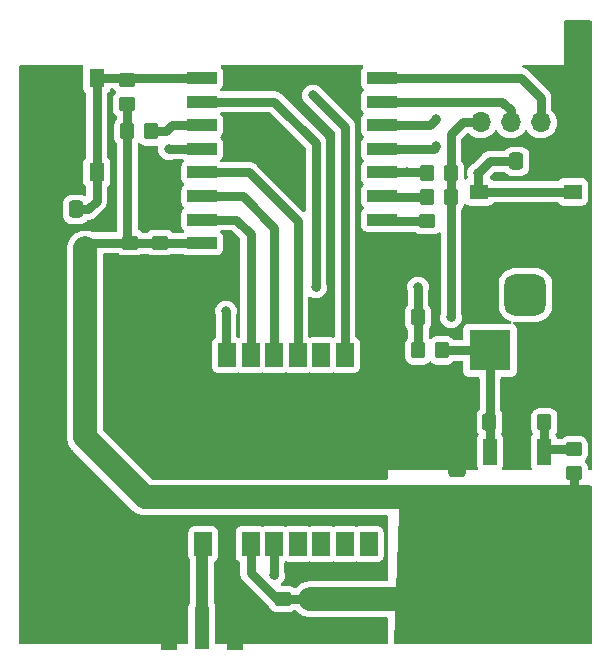
<source format=gtl>
G04 #@! TF.GenerationSoftware,KiCad,Pcbnew,6.0.10*
G04 #@! TF.CreationDate,2023-04-28T22:54:54-05:00*
G04 #@! TF.ProjectId,base,62617365-2e6b-4696-9361-645f70636258,rev?*
G04 #@! TF.SameCoordinates,Original*
G04 #@! TF.FileFunction,Copper,L1,Top*
G04 #@! TF.FilePolarity,Positive*
%FSLAX46Y46*%
G04 Gerber Fmt 4.6, Leading zero omitted, Abs format (unit mm)*
G04 Created by KiCad (PCBNEW 6.0.10) date 2023-04-28 22:54:54*
%MOMM*%
%LPD*%
G01*
G04 APERTURE LIST*
G04 Aperture macros list*
%AMRoundRect*
0 Rectangle with rounded corners*
0 $1 Rounding radius*
0 $2 $3 $4 $5 $6 $7 $8 $9 X,Y pos of 4 corners*
0 Add a 4 corners polygon primitive as box body*
4,1,4,$2,$3,$4,$5,$6,$7,$8,$9,$2,$3,0*
0 Add four circle primitives for the rounded corners*
1,1,$1+$1,$2,$3*
1,1,$1+$1,$4,$5*
1,1,$1+$1,$6,$7*
1,1,$1+$1,$8,$9*
0 Add four rect primitives between the rounded corners*
20,1,$1+$1,$2,$3,$4,$5,0*
20,1,$1+$1,$4,$5,$6,$7,0*
20,1,$1+$1,$6,$7,$8,$9,0*
20,1,$1+$1,$8,$9,$2,$3,0*%
G04 Aperture macros list end*
G04 #@! TA.AperFunction,SMDPad,CuDef*
%ADD10RoundRect,0.250000X0.350000X0.450000X-0.350000X0.450000X-0.350000X-0.450000X0.350000X-0.450000X0*%
G04 #@! TD*
G04 #@! TA.AperFunction,SMDPad,CuDef*
%ADD11RoundRect,0.250000X0.337500X0.475000X-0.337500X0.475000X-0.337500X-0.475000X0.337500X-0.475000X0*%
G04 #@! TD*
G04 #@! TA.AperFunction,SMDPad,CuDef*
%ADD12RoundRect,0.250000X0.475000X-0.337500X0.475000X0.337500X-0.475000X0.337500X-0.475000X-0.337500X0*%
G04 #@! TD*
G04 #@! TA.AperFunction,SMDPad,CuDef*
%ADD13RoundRect,0.250000X-0.337500X-0.475000X0.337500X-0.475000X0.337500X0.475000X-0.337500X0.475000X0*%
G04 #@! TD*
G04 #@! TA.AperFunction,ComponentPad*
%ADD14R,1.700000X1.700000*%
G04 #@! TD*
G04 #@! TA.AperFunction,ComponentPad*
%ADD15O,1.700000X1.700000*%
G04 #@! TD*
G04 #@! TA.AperFunction,SMDPad,CuDef*
%ADD16R,1.550000X1.300000*%
G04 #@! TD*
G04 #@! TA.AperFunction,SMDPad,CuDef*
%ADD17R,1.300000X1.550000*%
G04 #@! TD*
G04 #@! TA.AperFunction,SMDPad,CuDef*
%ADD18RoundRect,0.250000X-0.350000X-0.450000X0.350000X-0.450000X0.350000X0.450000X-0.350000X0.450000X0*%
G04 #@! TD*
G04 #@! TA.AperFunction,SMDPad,CuDef*
%ADD19RoundRect,0.250000X-0.450000X0.350000X-0.450000X-0.350000X0.450000X-0.350000X0.450000X0.350000X0*%
G04 #@! TD*
G04 #@! TA.AperFunction,SMDPad,CuDef*
%ADD20R,1.270000X3.600000*%
G04 #@! TD*
G04 #@! TA.AperFunction,SMDPad,CuDef*
%ADD21R,1.350000X4.200000*%
G04 #@! TD*
G04 #@! TA.AperFunction,SMDPad,CuDef*
%ADD22RoundRect,0.250000X0.450000X-0.350000X0.450000X0.350000X-0.450000X0.350000X-0.450000X-0.350000X0*%
G04 #@! TD*
G04 #@! TA.AperFunction,SMDPad,CuDef*
%ADD23R,1.500000X2.000000*%
G04 #@! TD*
G04 #@! TA.AperFunction,SMDPad,CuDef*
%ADD24R,1.200000X2.200000*%
G04 #@! TD*
G04 #@! TA.AperFunction,SMDPad,CuDef*
%ADD25R,5.800000X6.400000*%
G04 #@! TD*
G04 #@! TA.AperFunction,ComponentPad*
%ADD26R,3.500000X3.500000*%
G04 #@! TD*
G04 #@! TA.AperFunction,ComponentPad*
%ADD27RoundRect,0.750000X0.750000X1.000000X-0.750000X1.000000X-0.750000X-1.000000X0.750000X-1.000000X0*%
G04 #@! TD*
G04 #@! TA.AperFunction,ComponentPad*
%ADD28RoundRect,0.875000X0.875000X0.875000X-0.875000X0.875000X-0.875000X-0.875000X0.875000X-0.875000X0*%
G04 #@! TD*
G04 #@! TA.AperFunction,SMDPad,CuDef*
%ADD29RoundRect,0.250000X-0.475000X0.337500X-0.475000X-0.337500X0.475000X-0.337500X0.475000X0.337500X0*%
G04 #@! TD*
G04 #@! TA.AperFunction,SMDPad,CuDef*
%ADD30R,2.500000X1.000000*%
G04 #@! TD*
G04 #@! TA.AperFunction,ViaPad*
%ADD31C,0.800000*%
G04 #@! TD*
G04 #@! TA.AperFunction,Conductor*
%ADD32C,2.000000*%
G04 #@! TD*
G04 #@! TA.AperFunction,Conductor*
%ADD33C,0.750000*%
G04 #@! TD*
G04 #@! TA.AperFunction,Conductor*
%ADD34C,1.000000*%
G04 #@! TD*
G04 APERTURE END LIST*
D10*
X159512000Y-110490000D03*
X157512000Y-110490000D03*
D11*
X165608000Y-116586000D03*
X163533000Y-116586000D03*
D12*
X135636000Y-103429500D03*
X135636000Y-101354500D03*
D13*
X126449000Y-98552000D03*
X128524000Y-98552000D03*
D14*
X170434000Y-91186000D03*
D15*
X167894000Y-91186000D03*
X165354000Y-91186000D03*
X162814000Y-91186000D03*
D16*
X170599000Y-97064000D03*
X162649000Y-97064000D03*
X162649000Y-101564000D03*
X170599000Y-101564000D03*
D17*
X125766000Y-87465000D03*
X125766000Y-95415000D03*
X130266000Y-95415000D03*
X130266000Y-87465000D03*
D10*
X160274000Y-95504000D03*
X158274000Y-95504000D03*
D18*
X168180000Y-116586000D03*
X170180000Y-116586000D03*
X132874000Y-91948000D03*
X134874000Y-91948000D03*
D12*
X133096000Y-103429500D03*
X133096000Y-101354500D03*
D19*
X158242000Y-99568000D03*
X158242000Y-101568000D03*
D13*
X165819000Y-94488000D03*
X167894000Y-94488000D03*
D20*
X139192000Y-133967500D03*
D21*
X142017000Y-133767500D03*
X136367000Y-133767500D03*
D22*
X170688000Y-120872000D03*
X170688000Y-118872000D03*
D12*
X146050000Y-133604000D03*
X146050000Y-131529000D03*
D10*
X160274000Y-97536000D03*
X158274000Y-97536000D03*
D22*
X132842000Y-89630000D03*
X132842000Y-87630000D03*
D23*
X139304000Y-126872000D03*
X141304000Y-126872000D03*
X143304000Y-126872000D03*
X145304000Y-126872000D03*
X147304000Y-126872000D03*
X149304000Y-126872000D03*
X151304000Y-126872000D03*
X153304000Y-126872000D03*
X153304000Y-110872000D03*
X151304000Y-110872000D03*
X149304000Y-110872000D03*
X147304000Y-110872000D03*
X145304000Y-110872000D03*
X143304000Y-110872000D03*
X141304000Y-110872000D03*
X139304000Y-110872000D03*
D24*
X168141000Y-119073000D03*
D25*
X165861000Y-125373000D03*
D24*
X163581000Y-119073000D03*
D26*
X163576000Y-110490000D03*
D27*
X169576000Y-110490000D03*
D28*
X166576000Y-105790000D03*
D12*
X148336000Y-133625500D03*
X148336000Y-131550500D03*
D29*
X160782000Y-120628500D03*
X160782000Y-122703500D03*
D10*
X157480000Y-107696000D03*
X155480000Y-107696000D03*
D30*
X139213000Y-87421000D03*
X139213000Y-89421000D03*
X139213000Y-91421000D03*
X139213000Y-93421000D03*
X139213000Y-95421000D03*
X139213000Y-97421000D03*
X139213000Y-99421000D03*
X139213000Y-101421000D03*
X154413000Y-101421000D03*
X154413000Y-99421000D03*
X154413000Y-97421000D03*
X154413000Y-95421000D03*
X154413000Y-93421000D03*
X154413000Y-91421000D03*
X154413000Y-89421000D03*
X154413000Y-87421000D03*
D31*
X160274000Y-107696000D03*
X160274000Y-125476000D03*
X153670000Y-134620000D03*
X129540000Y-133350000D03*
X124460000Y-128270000D03*
X134620000Y-105410000D03*
X135890000Y-105410000D03*
X135890000Y-99060000D03*
X156210000Y-114300000D03*
X143510000Y-132080000D03*
X147320000Y-87630000D03*
X133350000Y-105410000D03*
X124460000Y-120650000D03*
X124460000Y-118110000D03*
X146050000Y-134620000D03*
X149860000Y-87630000D03*
X147320000Y-96520000D03*
X140970000Y-130810000D03*
X124460000Y-107950000D03*
X124460000Y-105410000D03*
X134620000Y-132080000D03*
X151130000Y-129540000D03*
X148844000Y-107696000D03*
X132080000Y-105410000D03*
X148590000Y-134620000D03*
X143510000Y-134620000D03*
X135890000Y-111760000D03*
X156210000Y-116840000D03*
X142240000Y-87630000D03*
X138430000Y-107950000D03*
X135890000Y-130810000D03*
X124460000Y-100330000D03*
X143510000Y-133350000D03*
X124460000Y-125730000D03*
X124460000Y-133350000D03*
X134620000Y-130810000D03*
X124460000Y-113030000D03*
X151130000Y-134620000D03*
X148590000Y-129540000D03*
X124460000Y-123190000D03*
X135890000Y-109220000D03*
X132080000Y-133350000D03*
X144780000Y-87630000D03*
X124460000Y-110490000D03*
X124460000Y-130810000D03*
X135890000Y-96520000D03*
X156210000Y-119380000D03*
X142240000Y-130810000D03*
X134620000Y-133350000D03*
X142240000Y-91440000D03*
X153670000Y-129540000D03*
X137160000Y-105410000D03*
X127000000Y-133350000D03*
X124460000Y-102870000D03*
X124460000Y-115570000D03*
X156547000Y-95421000D03*
X162560000Y-95504000D03*
X148590000Y-88900000D03*
X136398000Y-93472000D03*
X148844000Y-105156000D03*
X157480000Y-105156000D03*
X159004000Y-93218000D03*
X145288000Y-129540000D03*
X141224000Y-107188000D03*
X159004000Y-90932000D03*
D32*
X163424000Y-122936000D02*
X165861000Y-125373000D01*
D33*
X165758000Y-125476000D02*
X165861000Y-125373000D01*
X160274000Y-125476000D02*
X165758000Y-125476000D01*
X170688000Y-120872000D02*
X170688000Y-122682000D01*
X160274000Y-95504000D02*
X160274000Y-92202000D01*
X133096000Y-101354500D02*
X129785500Y-101354500D01*
D32*
X129286000Y-117856000D02*
X134366000Y-122936000D01*
D33*
X148336000Y-131550500D02*
X145520500Y-131550500D01*
X132874000Y-91948000D02*
X132874000Y-101132500D01*
X160274000Y-97536000D02*
X160274000Y-107696000D01*
X145520500Y-131550500D02*
X143304000Y-129334000D01*
D32*
X148336000Y-131550500D02*
X159683500Y-131550500D01*
D33*
X160274000Y-95504000D02*
X160274000Y-97536000D01*
X139213000Y-101421000D02*
X133162500Y-101421000D01*
X143304000Y-129334000D02*
X143304000Y-126872000D01*
D32*
X134366000Y-122936000D02*
X163424000Y-122936000D01*
D33*
X132874000Y-101132500D02*
X133096000Y-101354500D01*
X132842000Y-89630000D02*
X132842000Y-91916000D01*
D32*
X129286000Y-101854000D02*
X129286000Y-117856000D01*
X159683500Y-131550500D02*
X165861000Y-125373000D01*
D33*
X132842000Y-91916000D02*
X132874000Y-91948000D01*
X129785500Y-101354500D02*
X129286000Y-101854000D01*
X160274000Y-92202000D02*
X161290000Y-91186000D01*
X161290000Y-91186000D02*
X162814000Y-91186000D01*
X133162500Y-101421000D02*
X133096000Y-101354500D01*
X154560000Y-101568000D02*
X154413000Y-101421000D01*
X158242000Y-101568000D02*
X154560000Y-101568000D01*
X163581000Y-110495000D02*
X163576000Y-110490000D01*
X163581000Y-119073000D02*
X163581000Y-110495000D01*
X163576000Y-110490000D02*
X159512000Y-110490000D01*
X156547000Y-95421000D02*
X158191000Y-95421000D01*
X162560000Y-95504000D02*
X162560000Y-96975000D01*
X165819000Y-94488000D02*
X163576000Y-94488000D01*
X158191000Y-95421000D02*
X158274000Y-95504000D01*
X154413000Y-95421000D02*
X156547000Y-95421000D01*
X162560000Y-96975000D02*
X162649000Y-97064000D01*
X163576000Y-94488000D02*
X162560000Y-95504000D01*
X162649000Y-97064000D02*
X170599000Y-97064000D01*
X129540000Y-98552000D02*
X128524000Y-98552000D01*
X130266000Y-95415000D02*
X130266000Y-87465000D01*
X130266000Y-97826000D02*
X129540000Y-98552000D01*
X130266000Y-95415000D02*
X130266000Y-97826000D01*
X139213000Y-87421000D02*
X130310000Y-87421000D01*
X130310000Y-87421000D02*
X130266000Y-87465000D01*
X139192000Y-126984000D02*
X139304000Y-126872000D01*
D34*
X139192000Y-134312000D02*
X139192000Y-126984000D01*
D33*
X154413000Y-87421000D02*
X166161000Y-87421000D01*
X167894000Y-89154000D02*
X167894000Y-91186000D01*
X166161000Y-87421000D02*
X167894000Y-89154000D01*
X154413000Y-89421000D02*
X164605000Y-89421000D01*
X164605000Y-89421000D02*
X165354000Y-90170000D01*
X165354000Y-90170000D02*
X165354000Y-91186000D01*
X168141000Y-119073000D02*
X168141000Y-116625000D01*
X168141000Y-116625000D02*
X168180000Y-116586000D01*
X170688000Y-118872000D02*
X168342000Y-118872000D01*
X168342000Y-118872000D02*
X168141000Y-119073000D01*
X136671000Y-91421000D02*
X136144000Y-91948000D01*
X136144000Y-91948000D02*
X134874000Y-91948000D01*
X139213000Y-91421000D02*
X136671000Y-91421000D01*
X139213000Y-93421000D02*
X136449000Y-93421000D01*
X136449000Y-93421000D02*
X136398000Y-93472000D01*
X151304000Y-91614000D02*
X148590000Y-88900000D01*
X151304000Y-110872000D02*
X151304000Y-91614000D01*
X144031000Y-89421000D02*
X145301000Y-89421000D01*
X148844000Y-92964000D02*
X148844000Y-105156000D01*
X145301000Y-89421000D02*
X148844000Y-92964000D01*
X157512000Y-110490000D02*
X157512000Y-107728000D01*
X157512000Y-107728000D02*
X157480000Y-107696000D01*
X139213000Y-89421000D02*
X144031000Y-89421000D01*
X157480000Y-105156000D02*
X157480000Y-107696000D01*
X154560000Y-99568000D02*
X154413000Y-99421000D01*
X158242000Y-99568000D02*
X154560000Y-99568000D01*
X158274000Y-97536000D02*
X154528000Y-97536000D01*
X154528000Y-97536000D02*
X154413000Y-97421000D01*
X147304000Y-99552000D02*
X147304000Y-110872000D01*
X139213000Y-95421000D02*
X143173000Y-95421000D01*
X143173000Y-95421000D02*
X147304000Y-99552000D01*
X139213000Y-97421000D02*
X142633000Y-97421000D01*
X142633000Y-97421000D02*
X145304000Y-100092000D01*
X145304000Y-100092000D02*
X145304000Y-110872000D01*
X143304000Y-100632000D02*
X143304000Y-110872000D01*
X139213000Y-99421000D02*
X142093000Y-99421000D01*
X142093000Y-99421000D02*
X143304000Y-100632000D01*
X158801000Y-93421000D02*
X159004000Y-93218000D01*
X154413000Y-93421000D02*
X158801000Y-93421000D01*
X145288000Y-126888000D02*
X145304000Y-126872000D01*
X145288000Y-129540000D02*
X145288000Y-126888000D01*
X141224000Y-107188000D02*
X141224000Y-110792000D01*
X141224000Y-110792000D02*
X141304000Y-110872000D01*
X158515000Y-91421000D02*
X159004000Y-90932000D01*
X154413000Y-91421000D02*
X158515000Y-91421000D01*
G04 #@! TA.AperFunction,Conductor*
G36*
X172153621Y-121940002D02*
G01*
X172200114Y-121993658D01*
X172211500Y-122046000D01*
X172211500Y-135255500D01*
X172191498Y-135323621D01*
X172137842Y-135370114D01*
X172085500Y-135381500D01*
X155597156Y-135381500D01*
X155529035Y-135361498D01*
X155482542Y-135307842D01*
X155471239Y-135250921D01*
X155951585Y-122041421D01*
X155974050Y-121974072D01*
X156029359Y-121929560D01*
X156077502Y-121920000D01*
X172085500Y-121920000D01*
X172153621Y-121940002D01*
G37*
G04 #@! TD.AperFunction*
G04 #@! TA.AperFunction,Conductor*
G36*
X129097554Y-86341002D02*
G01*
X129144047Y-86394658D01*
X129154151Y-86464932D01*
X129147415Y-86491230D01*
X129114255Y-86579684D01*
X129107500Y-86641866D01*
X129107500Y-88288134D01*
X129114255Y-88350316D01*
X129165385Y-88486705D01*
X129252739Y-88603261D01*
X129259919Y-88608642D01*
X129259920Y-88608643D01*
X129332065Y-88662713D01*
X129374580Y-88719573D01*
X129382500Y-88763539D01*
X129382500Y-94116461D01*
X129362498Y-94184582D01*
X129332065Y-94217287D01*
X129259920Y-94271357D01*
X129252739Y-94276739D01*
X129165385Y-94393295D01*
X129114255Y-94529684D01*
X129107500Y-94591866D01*
X129107500Y-96238134D01*
X129114255Y-96300316D01*
X129165385Y-96436705D01*
X129252739Y-96553261D01*
X129259919Y-96558642D01*
X129259920Y-96558643D01*
X129332065Y-96612713D01*
X129374580Y-96669573D01*
X129382500Y-96713539D01*
X129382500Y-97281413D01*
X129362498Y-97349534D01*
X129308842Y-97396027D01*
X129238568Y-97406131D01*
X129197389Y-97391212D01*
X129197105Y-97391820D01*
X129190468Y-97388725D01*
X129184238Y-97384885D01*
X129104495Y-97358436D01*
X129022889Y-97331368D01*
X129022887Y-97331368D01*
X129016361Y-97329203D01*
X129009525Y-97328503D01*
X129009522Y-97328502D01*
X128966469Y-97324091D01*
X128911900Y-97318500D01*
X128136100Y-97318500D01*
X128132854Y-97318837D01*
X128132850Y-97318837D01*
X128037192Y-97328762D01*
X128037188Y-97328763D01*
X128030334Y-97329474D01*
X128023798Y-97331655D01*
X128023796Y-97331655D01*
X127970207Y-97349534D01*
X127862554Y-97385450D01*
X127712152Y-97478522D01*
X127587195Y-97603697D01*
X127494385Y-97754262D01*
X127492081Y-97761209D01*
X127446500Y-97898633D01*
X127438703Y-97922139D01*
X127438003Y-97928975D01*
X127438002Y-97928978D01*
X127434314Y-97964971D01*
X127428000Y-98026600D01*
X127428000Y-99077400D01*
X127428337Y-99080646D01*
X127428337Y-99080650D01*
X127435622Y-99150856D01*
X127438974Y-99183166D01*
X127441155Y-99189702D01*
X127441155Y-99189704D01*
X127474153Y-99288609D01*
X127494950Y-99350946D01*
X127588022Y-99501348D01*
X127713197Y-99626305D01*
X127719427Y-99630145D01*
X127719428Y-99630146D01*
X127856590Y-99714694D01*
X127863762Y-99719115D01*
X127943505Y-99745564D01*
X128025111Y-99772632D01*
X128025113Y-99772632D01*
X128031639Y-99774797D01*
X128038475Y-99775497D01*
X128038478Y-99775498D01*
X128081531Y-99779909D01*
X128136100Y-99785500D01*
X128911900Y-99785500D01*
X128915146Y-99785163D01*
X128915150Y-99785163D01*
X129010808Y-99775238D01*
X129010812Y-99775237D01*
X129017666Y-99774526D01*
X129024202Y-99772345D01*
X129024204Y-99772345D01*
X129156306Y-99728272D01*
X129185446Y-99718550D01*
X129335848Y-99625478D01*
X129460805Y-99500303D01*
X129464646Y-99494072D01*
X129469183Y-99488327D01*
X129470513Y-99489377D01*
X129516607Y-99447892D01*
X129571097Y-99435500D01*
X129586306Y-99435500D01*
X129606069Y-99433423D01*
X129612628Y-99432907D01*
X129628427Y-99432079D01*
X129672377Y-99429776D01*
X129672381Y-99429775D01*
X129678971Y-99429430D01*
X129691929Y-99425958D01*
X129711372Y-99422355D01*
X129711795Y-99422311D01*
X129724702Y-99420954D01*
X129787894Y-99400422D01*
X129794196Y-99398556D01*
X129851985Y-99383071D01*
X129858363Y-99381362D01*
X129864242Y-99378366D01*
X129864251Y-99378363D01*
X129870317Y-99375272D01*
X129888579Y-99367708D01*
X129895043Y-99365608D01*
X129895051Y-99365605D01*
X129901331Y-99363564D01*
X129907050Y-99360262D01*
X129907055Y-99360260D01*
X129958867Y-99330346D01*
X129964637Y-99327213D01*
X130023839Y-99297047D01*
X130034259Y-99288609D01*
X130050552Y-99277411D01*
X130050903Y-99277209D01*
X130062169Y-99270704D01*
X130067075Y-99266287D01*
X130067080Y-99266283D01*
X130111538Y-99226253D01*
X130116554Y-99221969D01*
X130129409Y-99211559D01*
X130129412Y-99211556D01*
X130131986Y-99209472D01*
X130146031Y-99195427D01*
X130150816Y-99190886D01*
X130195274Y-99150856D01*
X130195275Y-99150855D01*
X130200185Y-99146434D01*
X130208075Y-99135574D01*
X130220912Y-99120546D01*
X130834546Y-98506912D01*
X130849574Y-98494075D01*
X130860434Y-98486185D01*
X130904886Y-98436816D01*
X130909427Y-98432031D01*
X130923472Y-98417986D01*
X130925559Y-98415409D01*
X130935969Y-98402554D01*
X130940253Y-98397538D01*
X130980283Y-98353080D01*
X130980287Y-98353075D01*
X130984704Y-98348169D01*
X130991411Y-98336552D01*
X131002609Y-98320259D01*
X131006891Y-98314971D01*
X131011047Y-98309839D01*
X131041213Y-98250637D01*
X131044346Y-98244867D01*
X131074260Y-98193055D01*
X131074262Y-98193050D01*
X131077564Y-98187331D01*
X131079605Y-98181051D01*
X131079608Y-98181043D01*
X131081708Y-98174579D01*
X131089272Y-98156317D01*
X131092363Y-98150251D01*
X131092366Y-98150242D01*
X131095362Y-98144363D01*
X131103420Y-98114290D01*
X131112556Y-98080196D01*
X131114422Y-98073894D01*
X131134954Y-98010702D01*
X131136355Y-97997372D01*
X131139958Y-97977929D01*
X131143430Y-97964971D01*
X131144095Y-97952297D01*
X131146907Y-97898633D01*
X131147424Y-97892059D01*
X131149156Y-97875577D01*
X131149500Y-97872306D01*
X131149500Y-97852445D01*
X131149673Y-97845850D01*
X131152805Y-97786098D01*
X131152805Y-97786094D01*
X131153150Y-97779507D01*
X131151051Y-97766253D01*
X131149500Y-97746544D01*
X131149500Y-96713539D01*
X131169502Y-96645418D01*
X131199935Y-96612713D01*
X131272080Y-96558643D01*
X131272081Y-96558642D01*
X131279261Y-96553261D01*
X131366615Y-96436705D01*
X131417745Y-96300316D01*
X131424500Y-96238134D01*
X131424500Y-94591866D01*
X131417745Y-94529684D01*
X131366615Y-94393295D01*
X131279261Y-94276739D01*
X131272080Y-94271357D01*
X131199935Y-94217287D01*
X131157420Y-94160427D01*
X131149500Y-94116461D01*
X131149500Y-88763539D01*
X131169502Y-88695418D01*
X131199935Y-88662713D01*
X131272080Y-88608643D01*
X131272081Y-88608642D01*
X131279261Y-88603261D01*
X131366615Y-88486705D01*
X131385043Y-88437550D01*
X131397102Y-88405380D01*
X131404266Y-88386271D01*
X131446907Y-88329506D01*
X131513469Y-88304806D01*
X131522248Y-88304500D01*
X131630591Y-88304500D01*
X131698712Y-88324502D01*
X131737734Y-88364196D01*
X131793522Y-88454348D01*
X131875266Y-88535949D01*
X131880109Y-88540784D01*
X131914188Y-88603066D01*
X131909185Y-88673886D01*
X131880264Y-88718975D01*
X131850340Y-88748951D01*
X131792695Y-88806697D01*
X131788855Y-88812927D01*
X131788854Y-88812928D01*
X131739229Y-88893435D01*
X131699885Y-88957262D01*
X131680725Y-89015029D01*
X131648898Y-89110985D01*
X131644203Y-89125139D01*
X131643503Y-89131975D01*
X131643502Y-89131978D01*
X131639091Y-89175031D01*
X131633500Y-89229600D01*
X131633500Y-90030400D01*
X131633837Y-90033646D01*
X131633837Y-90033650D01*
X131640791Y-90100665D01*
X131644474Y-90136166D01*
X131646655Y-90142702D01*
X131646655Y-90142704D01*
X131652191Y-90159297D01*
X131700450Y-90303946D01*
X131793522Y-90454348D01*
X131798704Y-90459521D01*
X131918697Y-90579305D01*
X131917059Y-90580945D01*
X131951656Y-90629744D01*
X131958500Y-90670706D01*
X131958500Y-90939505D01*
X131938498Y-91007626D01*
X131931383Y-91017596D01*
X131929866Y-91019517D01*
X131924695Y-91024697D01*
X131831885Y-91175262D01*
X131808107Y-91246951D01*
X131793912Y-91289749D01*
X131776203Y-91343139D01*
X131775503Y-91349975D01*
X131775502Y-91349978D01*
X131774169Y-91362988D01*
X131765500Y-91447600D01*
X131765500Y-92448400D01*
X131765837Y-92451646D01*
X131765837Y-92451650D01*
X131775741Y-92547097D01*
X131776474Y-92554166D01*
X131832450Y-92721946D01*
X131925522Y-92872348D01*
X131930704Y-92877521D01*
X131930708Y-92877526D01*
X131953517Y-92900295D01*
X131987597Y-92962577D01*
X131990500Y-92989468D01*
X131990500Y-100345000D01*
X131970498Y-100413121D01*
X131916842Y-100459614D01*
X131864500Y-100471000D01*
X129915968Y-100471000D01*
X129870814Y-100462631D01*
X129718022Y-100403980D01*
X129718018Y-100403979D01*
X129713298Y-100402167D01*
X129708348Y-100401133D01*
X129708345Y-100401132D01*
X129480631Y-100353560D01*
X129480627Y-100353560D01*
X129475680Y-100352526D01*
X129233183Y-100341514D01*
X129228163Y-100342095D01*
X129228159Y-100342095D01*
X128997071Y-100368833D01*
X128997067Y-100368834D01*
X128992044Y-100369415D01*
X128987180Y-100370791D01*
X128987177Y-100370792D01*
X128914693Y-100391303D01*
X128758468Y-100435510D01*
X128753892Y-100437644D01*
X128753886Y-100437646D01*
X128543046Y-100535962D01*
X128543042Y-100535964D01*
X128538464Y-100538099D01*
X128534283Y-100540940D01*
X128534282Y-100540941D01*
X128499000Y-100564919D01*
X128337693Y-100674544D01*
X128161319Y-100841332D01*
X128158241Y-100845358D01*
X128158240Y-100845359D01*
X128016953Y-101030154D01*
X128016950Y-101030158D01*
X128013880Y-101034174D01*
X127899169Y-101248109D01*
X127820138Y-101477631D01*
X127778821Y-101716836D01*
X127777500Y-101745925D01*
X127777500Y-117831984D01*
X127777451Y-117835502D01*
X127774666Y-117935205D01*
X127775335Y-117940219D01*
X127785058Y-118013086D01*
X127785758Y-118019639D01*
X127792060Y-118097965D01*
X127799897Y-118129870D01*
X127802426Y-118143258D01*
X127806771Y-118175820D01*
X127808232Y-118180661D01*
X127808233Y-118180663D01*
X127829478Y-118251029D01*
X127831219Y-118257390D01*
X127849963Y-118333706D01*
X127851941Y-118338366D01*
X127862801Y-118363951D01*
X127867438Y-118376761D01*
X127876933Y-118408208D01*
X127879151Y-118412756D01*
X127879154Y-118412763D01*
X127911371Y-118478818D01*
X127914107Y-118484820D01*
X127944812Y-118557156D01*
X127947504Y-118561430D01*
X127962319Y-118584956D01*
X127968945Y-118596860D01*
X127983346Y-118626388D01*
X127986265Y-118630525D01*
X127986265Y-118630526D01*
X128028641Y-118690597D01*
X128032301Y-118696086D01*
X128074167Y-118762567D01*
X128077508Y-118766356D01*
X128077512Y-118766362D01*
X128095898Y-118787217D01*
X128104344Y-118797912D01*
X128123274Y-118824747D01*
X128142909Y-118846250D01*
X128182625Y-118885966D01*
X128188044Y-118891736D01*
X128231350Y-118940858D01*
X128231353Y-118940861D01*
X128234698Y-118944655D01*
X128238606Y-118947865D01*
X128238607Y-118947866D01*
X128266989Y-118971179D01*
X128276108Y-118979449D01*
X133282325Y-123985666D01*
X133284779Y-123988188D01*
X133353332Y-124060681D01*
X133415757Y-124108408D01*
X133420892Y-124112552D01*
X133480720Y-124163470D01*
X133485045Y-124166089D01*
X133485050Y-124166093D01*
X133508824Y-124180491D01*
X133520071Y-124188163D01*
X133546174Y-124208120D01*
X133550632Y-124210510D01*
X133550633Y-124210511D01*
X133615401Y-124245239D01*
X133621126Y-124248504D01*
X133688358Y-124289221D01*
X133718817Y-124301527D01*
X133731158Y-124307307D01*
X133760109Y-124322831D01*
X133764890Y-124324477D01*
X133764894Y-124324479D01*
X133834401Y-124348412D01*
X133840579Y-124350722D01*
X133890792Y-124371009D01*
X133913429Y-124380155D01*
X133918369Y-124381277D01*
X133918368Y-124381277D01*
X133945460Y-124387432D01*
X133958559Y-124391163D01*
X133989631Y-124401862D01*
X134067100Y-124415243D01*
X134073504Y-124416523D01*
X134150144Y-124433935D01*
X134182953Y-124435999D01*
X134196453Y-124437585D01*
X134228836Y-124443179D01*
X134232793Y-124443359D01*
X134232796Y-124443359D01*
X134256506Y-124444436D01*
X134256525Y-124444436D01*
X134257925Y-124444500D01*
X134314108Y-124444500D01*
X134322019Y-124444749D01*
X134392413Y-124449178D01*
X134433992Y-124445101D01*
X134446288Y-124444500D01*
X154814000Y-124444500D01*
X154882121Y-124464502D01*
X154928614Y-124518158D01*
X154940000Y-124570500D01*
X154940000Y-129916000D01*
X154919998Y-129984121D01*
X154866342Y-130030614D01*
X154814000Y-130042000D01*
X148274999Y-130042000D01*
X148272491Y-130042202D01*
X148272486Y-130042202D01*
X148099076Y-130056154D01*
X148099071Y-130056155D01*
X148094035Y-130056560D01*
X148089127Y-130057766D01*
X148089124Y-130057766D01*
X148011045Y-130076944D01*
X147858294Y-130114463D01*
X147853642Y-130116438D01*
X147853638Y-130116439D01*
X147717829Y-130174087D01*
X147634844Y-130209312D01*
X147619673Y-130218866D01*
X147433712Y-130335972D01*
X147433709Y-130335974D01*
X147429433Y-130338667D01*
X147425639Y-130342012D01*
X147251142Y-130495850D01*
X147251139Y-130495853D01*
X147247345Y-130499198D01*
X147244136Y-130503105D01*
X147244129Y-130503112D01*
X147180941Y-130580040D01*
X147122247Y-130619984D01*
X147051275Y-130621854D01*
X147005482Y-130598945D01*
X147003484Y-130597367D01*
X146998303Y-130592195D01*
X146847738Y-130499385D01*
X146767995Y-130472936D01*
X146686389Y-130445868D01*
X146686387Y-130445868D01*
X146679861Y-130443703D01*
X146673025Y-130443003D01*
X146673022Y-130443002D01*
X146629969Y-130438591D01*
X146575400Y-130433000D01*
X145988642Y-130433000D01*
X145920521Y-130412998D01*
X145874028Y-130359342D01*
X145863924Y-130289068D01*
X145893418Y-130224488D01*
X145898141Y-130219674D01*
X145899253Y-130218866D01*
X146027040Y-130076944D01*
X146122527Y-129911556D01*
X146181542Y-129729928D01*
X146189076Y-129658251D01*
X146200814Y-129546565D01*
X146201504Y-129540000D01*
X146198575Y-129512134D01*
X146182232Y-129356635D01*
X146182232Y-129356633D01*
X146181542Y-129350072D01*
X146177667Y-129338146D01*
X146171500Y-129299210D01*
X146171500Y-128458380D01*
X146191502Y-128390259D01*
X146245158Y-128343766D01*
X146253266Y-128340400D01*
X146259766Y-128337963D01*
X146330573Y-128332777D01*
X146348229Y-128337961D01*
X146436282Y-128370971D01*
X146436288Y-128370973D01*
X146443684Y-128373745D01*
X146505866Y-128380500D01*
X148102134Y-128380500D01*
X148164316Y-128373745D01*
X148171712Y-128370973D01*
X148171718Y-128370971D01*
X148259771Y-128337961D01*
X148330578Y-128332778D01*
X148348229Y-128337961D01*
X148436282Y-128370971D01*
X148436288Y-128370973D01*
X148443684Y-128373745D01*
X148505866Y-128380500D01*
X150102134Y-128380500D01*
X150164316Y-128373745D01*
X150171712Y-128370973D01*
X150171718Y-128370971D01*
X150259771Y-128337961D01*
X150330578Y-128332778D01*
X150348229Y-128337961D01*
X150436282Y-128370971D01*
X150436288Y-128370973D01*
X150443684Y-128373745D01*
X150505866Y-128380500D01*
X152102134Y-128380500D01*
X152164316Y-128373745D01*
X152171712Y-128370973D01*
X152171718Y-128370971D01*
X152259771Y-128337961D01*
X152330578Y-128332778D01*
X152348229Y-128337961D01*
X152436282Y-128370971D01*
X152436288Y-128370973D01*
X152443684Y-128373745D01*
X152505866Y-128380500D01*
X154102134Y-128380500D01*
X154164316Y-128373745D01*
X154300705Y-128322615D01*
X154417261Y-128235261D01*
X154504615Y-128118705D01*
X154555745Y-127982316D01*
X154562500Y-127920134D01*
X154562500Y-125823866D01*
X154555745Y-125761684D01*
X154504615Y-125625295D01*
X154417261Y-125508739D01*
X154300705Y-125421385D01*
X154164316Y-125370255D01*
X154102134Y-125363500D01*
X152505866Y-125363500D01*
X152443684Y-125370255D01*
X152436288Y-125373027D01*
X152436282Y-125373029D01*
X152348229Y-125406039D01*
X152277422Y-125411222D01*
X152259771Y-125406039D01*
X152171718Y-125373029D01*
X152171712Y-125373027D01*
X152164316Y-125370255D01*
X152102134Y-125363500D01*
X150505866Y-125363500D01*
X150443684Y-125370255D01*
X150436288Y-125373027D01*
X150436282Y-125373029D01*
X150348229Y-125406039D01*
X150277422Y-125411222D01*
X150259771Y-125406039D01*
X150171718Y-125373029D01*
X150171712Y-125373027D01*
X150164316Y-125370255D01*
X150102134Y-125363500D01*
X148505866Y-125363500D01*
X148443684Y-125370255D01*
X148436288Y-125373027D01*
X148436282Y-125373029D01*
X148348229Y-125406039D01*
X148277422Y-125411222D01*
X148259771Y-125406039D01*
X148171718Y-125373029D01*
X148171712Y-125373027D01*
X148164316Y-125370255D01*
X148102134Y-125363500D01*
X146505866Y-125363500D01*
X146443684Y-125370255D01*
X146436288Y-125373027D01*
X146436282Y-125373029D01*
X146348229Y-125406039D01*
X146277422Y-125411222D01*
X146259771Y-125406039D01*
X146171718Y-125373029D01*
X146171712Y-125373027D01*
X146164316Y-125370255D01*
X146102134Y-125363500D01*
X144505866Y-125363500D01*
X144443684Y-125370255D01*
X144436288Y-125373027D01*
X144436282Y-125373029D01*
X144348229Y-125406039D01*
X144277422Y-125411222D01*
X144259771Y-125406039D01*
X144171718Y-125373029D01*
X144171712Y-125373027D01*
X144164316Y-125370255D01*
X144102134Y-125363500D01*
X142505866Y-125363500D01*
X142443684Y-125370255D01*
X142307295Y-125421385D01*
X142190739Y-125508739D01*
X142103385Y-125625295D01*
X142052255Y-125761684D01*
X142045500Y-125823866D01*
X142045500Y-127920134D01*
X142052255Y-127982316D01*
X142103385Y-128118705D01*
X142190739Y-128235261D01*
X142307295Y-128322615D01*
X142315703Y-128325767D01*
X142315707Y-128325769D01*
X142338731Y-128334401D01*
X142395495Y-128377043D01*
X142420194Y-128443605D01*
X142420500Y-128452382D01*
X142420500Y-129254543D01*
X142418949Y-129274255D01*
X142416850Y-129287507D01*
X142417195Y-129294094D01*
X142417195Y-129294098D01*
X142420327Y-129353850D01*
X142420500Y-129360445D01*
X142420500Y-129380306D01*
X142420844Y-129383577D01*
X142422576Y-129400059D01*
X142423093Y-129406628D01*
X142426570Y-129472971D01*
X142430042Y-129485929D01*
X142433645Y-129505372D01*
X142435046Y-129518702D01*
X142455578Y-129581894D01*
X142457444Y-129588196D01*
X142474638Y-129652363D01*
X142477634Y-129658242D01*
X142477637Y-129658251D01*
X142480728Y-129664317D01*
X142488292Y-129682579D01*
X142490392Y-129689043D01*
X142490395Y-129689051D01*
X142492436Y-129695331D01*
X142495738Y-129701050D01*
X142495740Y-129701055D01*
X142525654Y-129752867D01*
X142528787Y-129758637D01*
X142558953Y-129817839D01*
X142563109Y-129822971D01*
X142567391Y-129828259D01*
X142578589Y-129844552D01*
X142585296Y-129856169D01*
X142589713Y-129861075D01*
X142589717Y-129861080D01*
X142629747Y-129905538D01*
X142634031Y-129910554D01*
X142644441Y-129923409D01*
X142646528Y-129925986D01*
X142660573Y-129940031D01*
X142665114Y-129944816D01*
X142709566Y-129994185D01*
X142720426Y-130002075D01*
X142735454Y-130014912D01*
X144839588Y-132119046D01*
X144852425Y-132134074D01*
X144860315Y-132144933D01*
X144859376Y-132145615D01*
X144877679Y-132177033D01*
X144878027Y-132176870D01*
X144879847Y-132180756D01*
X144880712Y-132182240D01*
X144883450Y-132190446D01*
X144976522Y-132340848D01*
X145101697Y-132465805D01*
X145107927Y-132469645D01*
X145107928Y-132469646D01*
X145245090Y-132554194D01*
X145252262Y-132558615D01*
X145270783Y-132564758D01*
X145413611Y-132612132D01*
X145413613Y-132612132D01*
X145420139Y-132614297D01*
X145426975Y-132614997D01*
X145426978Y-132614998D01*
X145470031Y-132619409D01*
X145524600Y-132625000D01*
X146575400Y-132625000D01*
X146578646Y-132624663D01*
X146578650Y-132624663D01*
X146674308Y-132614738D01*
X146674312Y-132614737D01*
X146681166Y-132614026D01*
X146687702Y-132611845D01*
X146687704Y-132611845D01*
X146828840Y-132564758D01*
X146848946Y-132558050D01*
X146991791Y-132469654D01*
X147060244Y-132450816D01*
X147128014Y-132471977D01*
X147155233Y-132496879D01*
X147156544Y-132498807D01*
X147323332Y-132675181D01*
X147327358Y-132678259D01*
X147327359Y-132678260D01*
X147512154Y-132819547D01*
X147512158Y-132819550D01*
X147516174Y-132822620D01*
X147520632Y-132825010D01*
X147520633Y-132825011D01*
X147644985Y-132891688D01*
X147730109Y-132937331D01*
X147959631Y-133016362D01*
X148058978Y-133033522D01*
X148194926Y-133057004D01*
X148194932Y-133057005D01*
X148198836Y-133057679D01*
X148202797Y-133057859D01*
X148202798Y-133057859D01*
X148226506Y-133058936D01*
X148226525Y-133058936D01*
X148227925Y-133059000D01*
X154814000Y-133059000D01*
X154882121Y-133079002D01*
X154928614Y-133132658D01*
X154940000Y-133185000D01*
X154940000Y-135255500D01*
X154919998Y-135323621D01*
X154866342Y-135370114D01*
X154814000Y-135381500D01*
X140461500Y-135381500D01*
X140393379Y-135361498D01*
X140346886Y-135307842D01*
X140335500Y-135255500D01*
X140335500Y-132119366D01*
X140328745Y-132057184D01*
X140277615Y-131920795D01*
X140225674Y-131851490D01*
X140200826Y-131784983D01*
X140200500Y-131775925D01*
X140200500Y-128447508D01*
X140220502Y-128379387D01*
X140274158Y-128332894D01*
X140282268Y-128329527D01*
X140292301Y-128325766D01*
X140292304Y-128325764D01*
X140300705Y-128322615D01*
X140307884Y-128317235D01*
X140307887Y-128317233D01*
X140410081Y-128240642D01*
X140417261Y-128235261D01*
X140504615Y-128118705D01*
X140555745Y-127982316D01*
X140562500Y-127920134D01*
X140562500Y-125823866D01*
X140555745Y-125761684D01*
X140504615Y-125625295D01*
X140417261Y-125508739D01*
X140300705Y-125421385D01*
X140164316Y-125370255D01*
X140102134Y-125363500D01*
X138505866Y-125363500D01*
X138443684Y-125370255D01*
X138307295Y-125421385D01*
X138190739Y-125508739D01*
X138103385Y-125625295D01*
X138052255Y-125761684D01*
X138045500Y-125823866D01*
X138045500Y-127920134D01*
X138052255Y-127982316D01*
X138103385Y-128118705D01*
X138108771Y-128125891D01*
X138158326Y-128192012D01*
X138183174Y-128258518D01*
X138183500Y-128267577D01*
X138183500Y-131775925D01*
X138163498Y-131844046D01*
X138158326Y-131851490D01*
X138106385Y-131920795D01*
X138055255Y-132057184D01*
X138048500Y-132119366D01*
X138048500Y-135255500D01*
X138028498Y-135323621D01*
X137974842Y-135370114D01*
X137922500Y-135381500D01*
X123824500Y-135381500D01*
X123756379Y-135361498D01*
X123709886Y-135307842D01*
X123698500Y-135255500D01*
X123698500Y-86447000D01*
X123718502Y-86378879D01*
X123772158Y-86332386D01*
X123824500Y-86321000D01*
X129029433Y-86321000D01*
X129097554Y-86341002D01*
G37*
G04 #@! TD.AperFunction*
G04 #@! TA.AperFunction,Conductor*
G36*
X172153621Y-82570002D02*
G01*
X172200114Y-82623658D01*
X172211500Y-82676000D01*
X172211500Y-120524000D01*
X172191498Y-120592121D01*
X172137842Y-120638614D01*
X172085500Y-120650000D01*
X172022500Y-120650000D01*
X171954379Y-120629998D01*
X171907886Y-120576342D01*
X171896500Y-120524000D01*
X171896500Y-120471600D01*
X171896163Y-120468350D01*
X171886238Y-120372692D01*
X171886237Y-120372688D01*
X171885526Y-120365834D01*
X171829550Y-120198054D01*
X171736478Y-120047652D01*
X171649891Y-119961216D01*
X171615812Y-119898934D01*
X171620815Y-119828114D01*
X171649736Y-119783025D01*
X171732134Y-119700483D01*
X171737305Y-119695303D01*
X171830115Y-119544738D01*
X171885797Y-119376861D01*
X171896500Y-119272400D01*
X171896500Y-118471600D01*
X171896163Y-118468350D01*
X171886238Y-118372692D01*
X171886237Y-118372688D01*
X171885526Y-118365834D01*
X171873168Y-118328791D01*
X171831868Y-118205002D01*
X171829550Y-118198054D01*
X171736478Y-118047652D01*
X171611303Y-117922695D01*
X171598563Y-117914842D01*
X171466968Y-117833725D01*
X171466966Y-117833724D01*
X171460738Y-117829885D01*
X171300254Y-117776655D01*
X171299389Y-117776368D01*
X171299387Y-117776368D01*
X171292861Y-117774203D01*
X171286025Y-117773503D01*
X171286022Y-117773502D01*
X171242969Y-117769091D01*
X171188400Y-117763500D01*
X170187600Y-117763500D01*
X170184354Y-117763837D01*
X170184350Y-117763837D01*
X170088692Y-117773762D01*
X170088688Y-117773763D01*
X170081834Y-117774474D01*
X170075298Y-117776655D01*
X170075296Y-117776655D01*
X169943194Y-117820728D01*
X169914054Y-117830450D01*
X169763652Y-117923522D01*
X169758479Y-117928704D01*
X169758474Y-117928708D01*
X169735705Y-117951517D01*
X169673423Y-117985597D01*
X169646532Y-117988500D01*
X169369466Y-117988500D01*
X169301345Y-117968498D01*
X169254852Y-117914842D01*
X169244203Y-117876105D01*
X169243599Y-117870541D01*
X169243598Y-117870537D01*
X169242745Y-117862684D01*
X169191615Y-117726295D01*
X169135448Y-117651351D01*
X169110600Y-117584846D01*
X169125653Y-117515463D01*
X169129604Y-117509487D01*
X169129305Y-117509303D01*
X169218275Y-117364968D01*
X169218276Y-117364966D01*
X169222115Y-117358738D01*
X169277797Y-117190861D01*
X169279016Y-117178969D01*
X169282909Y-117140969D01*
X169288500Y-117086400D01*
X169288500Y-116085600D01*
X169285906Y-116060600D01*
X169278238Y-115986692D01*
X169278237Y-115986688D01*
X169277526Y-115979834D01*
X169271903Y-115962978D01*
X169223868Y-115819002D01*
X169221550Y-115812054D01*
X169128478Y-115661652D01*
X169003303Y-115536695D01*
X168917959Y-115484088D01*
X168858968Y-115447725D01*
X168858966Y-115447724D01*
X168852738Y-115443885D01*
X168692254Y-115390655D01*
X168691389Y-115390368D01*
X168691387Y-115390368D01*
X168684861Y-115388203D01*
X168678025Y-115387503D01*
X168678022Y-115387502D01*
X168634969Y-115383091D01*
X168580400Y-115377500D01*
X167779600Y-115377500D01*
X167776354Y-115377837D01*
X167776350Y-115377837D01*
X167680692Y-115387762D01*
X167680688Y-115387763D01*
X167673834Y-115388474D01*
X167667298Y-115390655D01*
X167667296Y-115390655D01*
X167535194Y-115434728D01*
X167506054Y-115444450D01*
X167355652Y-115537522D01*
X167230695Y-115662697D01*
X167226855Y-115668927D01*
X167226854Y-115668928D01*
X167157136Y-115782032D01*
X167137885Y-115813262D01*
X167082203Y-115981139D01*
X167071500Y-116085600D01*
X167071500Y-117086400D01*
X167071837Y-117089646D01*
X167071837Y-117089650D01*
X167081105Y-117178969D01*
X167082474Y-117192166D01*
X167084655Y-117198702D01*
X167084655Y-117198704D01*
X167092557Y-117222389D01*
X167138450Y-117359946D01*
X167142306Y-117366177D01*
X167197140Y-117454788D01*
X167215978Y-117523240D01*
X167194817Y-117591010D01*
X167182199Y-117606397D01*
X167177739Y-117609739D01*
X167090385Y-117726295D01*
X167039255Y-117862684D01*
X167032500Y-117924866D01*
X167032500Y-120221134D01*
X167039255Y-120283316D01*
X167090385Y-120419705D01*
X167095771Y-120426891D01*
X167111917Y-120448435D01*
X167136765Y-120514941D01*
X167121712Y-120584324D01*
X167071538Y-120634554D01*
X167011091Y-120650000D01*
X164710909Y-120650000D01*
X164642788Y-120629998D01*
X164596295Y-120576342D01*
X164586191Y-120506068D01*
X164610083Y-120448435D01*
X164626229Y-120426891D01*
X164631615Y-120419705D01*
X164682745Y-120283316D01*
X164689500Y-120221134D01*
X164689500Y-117924866D01*
X164682745Y-117862684D01*
X164631615Y-117726295D01*
X164544261Y-117609739D01*
X164538688Y-117605562D01*
X164505146Y-117544137D01*
X164510211Y-117473322D01*
X164521007Y-117451238D01*
X164558775Y-117389968D01*
X164558776Y-117389966D01*
X164562615Y-117383738D01*
X164618297Y-117215861D01*
X164620859Y-117190861D01*
X164628672Y-117114598D01*
X164629000Y-117111400D01*
X164629000Y-116060600D01*
X164621332Y-115986692D01*
X164618738Y-115961692D01*
X164618737Y-115961688D01*
X164618026Y-115954834D01*
X164562050Y-115787054D01*
X164483356Y-115659886D01*
X164464500Y-115593583D01*
X164464500Y-112874500D01*
X164484502Y-112806379D01*
X164538158Y-112759886D01*
X164590500Y-112748500D01*
X165374134Y-112748500D01*
X165436316Y-112741745D01*
X165572705Y-112690615D01*
X165689261Y-112603261D01*
X165776615Y-112486705D01*
X165827745Y-112350316D01*
X165834500Y-112288134D01*
X165834500Y-108691866D01*
X165827745Y-108629684D01*
X165776615Y-108493295D01*
X165689261Y-108376739D01*
X165572705Y-108289385D01*
X165564304Y-108286236D01*
X165562082Y-108285019D01*
X165511936Y-108234760D01*
X165496923Y-108165369D01*
X165521809Y-108098877D01*
X165578693Y-108056395D01*
X165622592Y-108048500D01*
X167543364Y-108048500D01*
X167545037Y-108048409D01*
X167545052Y-108048409D01*
X167596599Y-108045617D01*
X167600957Y-108045381D01*
X167614160Y-108042803D01*
X167826160Y-108001402D01*
X167826161Y-108001402D01*
X167831393Y-108000380D01*
X168050952Y-107917196D01*
X168253356Y-107798209D01*
X168432819Y-107646819D01*
X168584209Y-107467356D01*
X168703196Y-107264952D01*
X168786380Y-107045393D01*
X168794340Y-107004635D01*
X168830544Y-106819243D01*
X168831381Y-106814957D01*
X168833670Y-106772697D01*
X168834409Y-106759052D01*
X168834409Y-106759037D01*
X168834500Y-106757364D01*
X168834500Y-104822636D01*
X168831381Y-104765043D01*
X168786380Y-104534607D01*
X168703196Y-104315048D01*
X168584209Y-104112644D01*
X168432819Y-103933181D01*
X168253356Y-103781791D01*
X168050952Y-103662804D01*
X167831393Y-103579620D01*
X167600957Y-103534619D01*
X167595227Y-103534309D01*
X167545052Y-103531591D01*
X167545037Y-103531591D01*
X167543364Y-103531500D01*
X165608636Y-103531500D01*
X165606963Y-103531591D01*
X165606948Y-103531591D01*
X165556773Y-103534309D01*
X165551043Y-103534619D01*
X165320607Y-103579620D01*
X165101048Y-103662804D01*
X164898644Y-103781791D01*
X164719181Y-103933181D01*
X164567791Y-104112644D01*
X164448804Y-104315048D01*
X164365620Y-104534607D01*
X164320619Y-104765043D01*
X164317500Y-104822636D01*
X164317500Y-106757364D01*
X164317591Y-106759037D01*
X164317591Y-106759052D01*
X164318330Y-106772697D01*
X164320619Y-106814957D01*
X164321456Y-106819243D01*
X164357661Y-107004635D01*
X164365620Y-107045393D01*
X164448804Y-107264952D01*
X164567791Y-107467356D01*
X164719181Y-107646819D01*
X164898644Y-107798209D01*
X165101048Y-107917196D01*
X165106034Y-107919085D01*
X165287068Y-107987673D01*
X165343683Y-108030512D01*
X165368151Y-108097160D01*
X165352702Y-108166455D01*
X165302241Y-108216398D01*
X165242427Y-108231500D01*
X161777866Y-108231500D01*
X161715684Y-108238255D01*
X161579295Y-108289385D01*
X161462739Y-108376739D01*
X161375385Y-108493295D01*
X161324255Y-108629684D01*
X161317500Y-108691866D01*
X161317500Y-109480500D01*
X161297498Y-109548621D01*
X161243842Y-109595114D01*
X161191500Y-109606500D01*
X160552683Y-109606500D01*
X160484562Y-109586498D01*
X160460984Y-109565145D01*
X160460478Y-109565652D01*
X160340483Y-109445866D01*
X160335303Y-109440695D01*
X160284232Y-109409214D01*
X160190968Y-109351725D01*
X160190966Y-109351724D01*
X160184738Y-109347885D01*
X160074995Y-109311485D01*
X160023389Y-109294368D01*
X160023387Y-109294368D01*
X160016861Y-109292203D01*
X160010025Y-109291503D01*
X160010022Y-109291502D01*
X159966969Y-109287091D01*
X159912400Y-109281500D01*
X159111600Y-109281500D01*
X159108354Y-109281837D01*
X159108350Y-109281837D01*
X159012692Y-109291762D01*
X159012688Y-109291763D01*
X159005834Y-109292474D01*
X158999298Y-109294655D01*
X158999296Y-109294655D01*
X158948851Y-109311485D01*
X158838054Y-109348450D01*
X158687652Y-109441522D01*
X158682479Y-109446704D01*
X158610673Y-109518635D01*
X158548390Y-109552714D01*
X158477570Y-109547711D01*
X158420698Y-109505214D01*
X158395829Y-109438715D01*
X158395500Y-109429617D01*
X158395500Y-108704495D01*
X158415502Y-108636374D01*
X158422617Y-108626404D01*
X158424134Y-108624483D01*
X158429305Y-108619303D01*
X158509130Y-108489803D01*
X158518275Y-108474968D01*
X158518276Y-108474966D01*
X158522115Y-108468738D01*
X158577797Y-108300861D01*
X158588500Y-108196400D01*
X158588500Y-107195600D01*
X158588163Y-107192350D01*
X158578238Y-107096692D01*
X158578237Y-107096688D01*
X158577526Y-107089834D01*
X158564363Y-107050378D01*
X158523868Y-106929002D01*
X158521550Y-106922054D01*
X158428478Y-106771652D01*
X158423296Y-106766479D01*
X158423292Y-106766474D01*
X158400483Y-106743705D01*
X158366403Y-106681423D01*
X158363500Y-106654532D01*
X158363500Y-105396790D01*
X158369667Y-105357854D01*
X158371502Y-105352206D01*
X158373542Y-105345928D01*
X158393504Y-105156000D01*
X158373542Y-104966072D01*
X158314527Y-104784444D01*
X158219040Y-104619056D01*
X158091253Y-104477134D01*
X157936752Y-104364882D01*
X157930724Y-104362198D01*
X157930722Y-104362197D01*
X157768319Y-104289891D01*
X157768318Y-104289891D01*
X157762288Y-104287206D01*
X157668887Y-104267353D01*
X157581944Y-104248872D01*
X157581939Y-104248872D01*
X157575487Y-104247500D01*
X157384513Y-104247500D01*
X157378061Y-104248872D01*
X157378056Y-104248872D01*
X157291113Y-104267353D01*
X157197712Y-104287206D01*
X157191682Y-104289891D01*
X157191681Y-104289891D01*
X157029278Y-104362197D01*
X157029276Y-104362198D01*
X157023248Y-104364882D01*
X156868747Y-104477134D01*
X156740960Y-104619056D01*
X156645473Y-104784444D01*
X156586458Y-104966072D01*
X156566496Y-105156000D01*
X156586458Y-105345928D01*
X156588498Y-105352206D01*
X156590333Y-105357854D01*
X156596500Y-105396790D01*
X156596500Y-106654650D01*
X156576498Y-106722771D01*
X156559674Y-106743667D01*
X156530695Y-106772697D01*
X156526855Y-106778927D01*
X156526854Y-106778928D01*
X156502004Y-106819243D01*
X156437885Y-106923262D01*
X156382203Y-107091139D01*
X156371500Y-107195600D01*
X156371500Y-108196400D01*
X156371837Y-108199646D01*
X156371837Y-108199650D01*
X156381707Y-108294771D01*
X156382474Y-108302166D01*
X156384655Y-108308702D01*
X156384655Y-108308704D01*
X156408024Y-108378749D01*
X156438450Y-108469946D01*
X156531522Y-108620348D01*
X156536704Y-108625521D01*
X156536708Y-108625526D01*
X156591517Y-108680239D01*
X156625597Y-108742521D01*
X156628500Y-108769412D01*
X156628500Y-109448650D01*
X156608498Y-109516771D01*
X156591674Y-109537667D01*
X156570188Y-109559191D01*
X156562695Y-109566697D01*
X156558855Y-109572927D01*
X156558854Y-109572928D01*
X156526575Y-109625295D01*
X156469885Y-109717262D01*
X156414203Y-109885139D01*
X156403500Y-109989600D01*
X156403500Y-110990400D01*
X156414474Y-111096166D01*
X156470450Y-111263946D01*
X156563522Y-111414348D01*
X156688697Y-111539305D01*
X156694927Y-111543145D01*
X156694928Y-111543146D01*
X156832090Y-111627694D01*
X156839262Y-111632115D01*
X156919005Y-111658564D01*
X157000611Y-111685632D01*
X157000613Y-111685632D01*
X157007139Y-111687797D01*
X157013975Y-111688497D01*
X157013978Y-111688498D01*
X157057031Y-111692909D01*
X157111600Y-111698500D01*
X157912400Y-111698500D01*
X157915646Y-111698163D01*
X157915650Y-111698163D01*
X158011308Y-111688238D01*
X158011312Y-111688237D01*
X158018166Y-111687526D01*
X158024702Y-111685345D01*
X158024704Y-111685345D01*
X158156806Y-111641272D01*
X158185946Y-111631550D01*
X158336348Y-111538478D01*
X158422784Y-111451891D01*
X158485066Y-111417812D01*
X158555886Y-111422815D01*
X158600975Y-111451736D01*
X158676431Y-111527060D01*
X158688697Y-111539305D01*
X158694927Y-111543145D01*
X158694928Y-111543146D01*
X158832090Y-111627694D01*
X158839262Y-111632115D01*
X158919005Y-111658564D01*
X159000611Y-111685632D01*
X159000613Y-111685632D01*
X159007139Y-111687797D01*
X159013975Y-111688497D01*
X159013978Y-111688498D01*
X159057031Y-111692909D01*
X159111600Y-111698500D01*
X159912400Y-111698500D01*
X159915646Y-111698163D01*
X159915650Y-111698163D01*
X160011308Y-111688238D01*
X160011312Y-111688237D01*
X160018166Y-111687526D01*
X160024702Y-111685345D01*
X160024704Y-111685345D01*
X160156806Y-111641272D01*
X160185946Y-111631550D01*
X160336348Y-111538478D01*
X160461305Y-111413303D01*
X160462945Y-111414941D01*
X160511744Y-111380344D01*
X160552706Y-111373500D01*
X161191500Y-111373500D01*
X161259621Y-111393502D01*
X161306114Y-111447158D01*
X161317500Y-111499500D01*
X161317500Y-112288134D01*
X161324255Y-112350316D01*
X161375385Y-112486705D01*
X161462739Y-112603261D01*
X161579295Y-112690615D01*
X161715684Y-112741745D01*
X161777866Y-112748500D01*
X162571500Y-112748500D01*
X162639621Y-112768502D01*
X162686114Y-112822158D01*
X162697500Y-112874500D01*
X162697500Y-115484088D01*
X162677498Y-115552209D01*
X162660673Y-115573105D01*
X162601370Y-115632512D01*
X162601366Y-115632517D01*
X162596195Y-115637697D01*
X162592355Y-115643927D01*
X162592354Y-115643928D01*
X162584618Y-115656479D01*
X162503385Y-115788262D01*
X162447703Y-115956139D01*
X162447003Y-115962975D01*
X162447002Y-115962978D01*
X162444441Y-115987978D01*
X162437000Y-116060600D01*
X162437000Y-117111400D01*
X162437337Y-117114646D01*
X162437337Y-117114650D01*
X162446790Y-117205752D01*
X162447974Y-117217166D01*
X162503950Y-117384946D01*
X162507806Y-117391177D01*
X162586377Y-117518147D01*
X162605215Y-117586599D01*
X162580059Y-117660015D01*
X162535771Y-117719108D01*
X162535770Y-117719110D01*
X162530385Y-117726295D01*
X162479255Y-117862684D01*
X162472500Y-117924866D01*
X162472500Y-120221134D01*
X162479255Y-120283316D01*
X162530385Y-120419705D01*
X162535771Y-120426891D01*
X162551917Y-120448435D01*
X162576765Y-120514941D01*
X162561712Y-120584324D01*
X162511538Y-120634554D01*
X162451091Y-120650000D01*
X154940000Y-120650000D01*
X154940000Y-121301500D01*
X154919998Y-121369621D01*
X154866342Y-121416114D01*
X154814000Y-121427500D01*
X135043031Y-121427500D01*
X134974910Y-121407498D01*
X134953936Y-121390595D01*
X130831405Y-117268064D01*
X130797379Y-117205752D01*
X130794500Y-117178969D01*
X130794500Y-102364000D01*
X130814502Y-102295879D01*
X130868158Y-102249386D01*
X130920500Y-102238000D01*
X132042172Y-102238000D01*
X132110293Y-102258002D01*
X132131189Y-102274826D01*
X132147697Y-102291305D01*
X132153927Y-102295145D01*
X132153928Y-102295146D01*
X132291090Y-102379694D01*
X132298262Y-102384115D01*
X132378005Y-102410564D01*
X132459611Y-102437632D01*
X132459613Y-102437632D01*
X132466139Y-102439797D01*
X132472975Y-102440497D01*
X132472978Y-102440498D01*
X132516031Y-102444909D01*
X132570600Y-102450500D01*
X133621400Y-102450500D01*
X133624646Y-102450163D01*
X133624650Y-102450163D01*
X133720308Y-102440238D01*
X133720312Y-102440237D01*
X133727166Y-102439526D01*
X133733702Y-102437345D01*
X133733704Y-102437345D01*
X133865806Y-102393272D01*
X133894946Y-102383550D01*
X133992218Y-102323356D01*
X134058521Y-102304500D01*
X134673389Y-102304500D01*
X134739505Y-102323240D01*
X134831090Y-102379694D01*
X134838262Y-102384115D01*
X134918005Y-102410564D01*
X134999611Y-102437632D01*
X134999613Y-102437632D01*
X135006139Y-102439797D01*
X135012975Y-102440497D01*
X135012978Y-102440498D01*
X135056031Y-102444909D01*
X135110600Y-102450500D01*
X136161400Y-102450500D01*
X136164646Y-102450163D01*
X136164650Y-102450163D01*
X136260308Y-102440238D01*
X136260312Y-102440237D01*
X136267166Y-102439526D01*
X136273702Y-102437345D01*
X136273704Y-102437345D01*
X136405806Y-102393272D01*
X136434946Y-102383550D01*
X136532218Y-102323356D01*
X136598521Y-102304500D01*
X137584768Y-102304500D01*
X137652889Y-102324502D01*
X137660333Y-102329674D01*
X137709108Y-102366229D01*
X137709110Y-102366230D01*
X137716295Y-102371615D01*
X137852684Y-102422745D01*
X137914866Y-102429500D01*
X140511134Y-102429500D01*
X140573316Y-102422745D01*
X140709705Y-102371615D01*
X140826261Y-102284261D01*
X140913615Y-102167705D01*
X140964745Y-102031316D01*
X140971500Y-101969134D01*
X140971500Y-100872866D01*
X140964745Y-100810684D01*
X140913615Y-100674295D01*
X140826261Y-100557739D01*
X140791018Y-100531326D01*
X140748503Y-100474467D01*
X140743477Y-100403649D01*
X140777537Y-100341355D01*
X140839868Y-100307365D01*
X140866583Y-100304500D01*
X141674851Y-100304500D01*
X141742972Y-100324502D01*
X141763946Y-100341404D01*
X142383595Y-100961052D01*
X142417620Y-101023365D01*
X142420500Y-101050148D01*
X142420500Y-109284496D01*
X142400498Y-109352617D01*
X142346842Y-109399110D01*
X142276568Y-109409214D01*
X142250272Y-109402479D01*
X142189270Y-109379610D01*
X142132506Y-109336968D01*
X142107806Y-109270407D01*
X142107500Y-109261628D01*
X142107500Y-107428790D01*
X142113667Y-107389854D01*
X142115502Y-107384206D01*
X142117542Y-107377928D01*
X142137504Y-107188000D01*
X142136814Y-107181435D01*
X142118232Y-107004635D01*
X142118232Y-107004633D01*
X142117542Y-106998072D01*
X142058527Y-106816444D01*
X142055153Y-106810599D01*
X141995216Y-106706787D01*
X141963040Y-106651056D01*
X141835253Y-106509134D01*
X141680752Y-106396882D01*
X141674724Y-106394198D01*
X141674722Y-106394197D01*
X141512319Y-106321891D01*
X141512318Y-106321891D01*
X141506288Y-106319206D01*
X141412888Y-106299353D01*
X141325944Y-106280872D01*
X141325939Y-106280872D01*
X141319487Y-106279500D01*
X141128513Y-106279500D01*
X141122061Y-106280872D01*
X141122056Y-106280872D01*
X141035112Y-106299353D01*
X140941712Y-106319206D01*
X140935682Y-106321891D01*
X140935681Y-106321891D01*
X140773278Y-106394197D01*
X140773276Y-106394198D01*
X140767248Y-106396882D01*
X140612747Y-106509134D01*
X140484960Y-106651056D01*
X140452784Y-106706787D01*
X140392848Y-106810599D01*
X140389473Y-106816444D01*
X140330458Y-106998072D01*
X140329768Y-107004633D01*
X140329768Y-107004635D01*
X140311186Y-107181435D01*
X140310496Y-107188000D01*
X140330458Y-107377928D01*
X140332498Y-107384206D01*
X140334333Y-107389854D01*
X140340500Y-107428790D01*
X140340500Y-109333472D01*
X140320498Y-109401593D01*
X140290065Y-109434298D01*
X140201349Y-109500787D01*
X140190739Y-109508739D01*
X140103385Y-109625295D01*
X140052255Y-109761684D01*
X140045500Y-109823866D01*
X140045500Y-111920134D01*
X140052255Y-111982316D01*
X140103385Y-112118705D01*
X140190739Y-112235261D01*
X140307295Y-112322615D01*
X140443684Y-112373745D01*
X140505866Y-112380500D01*
X142102134Y-112380500D01*
X142164316Y-112373745D01*
X142171712Y-112370973D01*
X142171718Y-112370971D01*
X142259771Y-112337961D01*
X142330578Y-112332778D01*
X142348229Y-112337961D01*
X142436282Y-112370971D01*
X142436288Y-112370973D01*
X142443684Y-112373745D01*
X142505866Y-112380500D01*
X144102134Y-112380500D01*
X144164316Y-112373745D01*
X144171712Y-112370973D01*
X144171718Y-112370971D01*
X144259771Y-112337961D01*
X144330578Y-112332778D01*
X144348229Y-112337961D01*
X144436282Y-112370971D01*
X144436288Y-112370973D01*
X144443684Y-112373745D01*
X144505866Y-112380500D01*
X146102134Y-112380500D01*
X146164316Y-112373745D01*
X146171712Y-112370973D01*
X146171718Y-112370971D01*
X146259771Y-112337961D01*
X146330578Y-112332778D01*
X146348229Y-112337961D01*
X146436282Y-112370971D01*
X146436288Y-112370973D01*
X146443684Y-112373745D01*
X146505866Y-112380500D01*
X148102134Y-112380500D01*
X148164316Y-112373745D01*
X148171712Y-112370973D01*
X148171718Y-112370971D01*
X148259771Y-112337961D01*
X148330578Y-112332778D01*
X148348229Y-112337961D01*
X148436282Y-112370971D01*
X148436288Y-112370973D01*
X148443684Y-112373745D01*
X148505866Y-112380500D01*
X150102134Y-112380500D01*
X150164316Y-112373745D01*
X150171712Y-112370973D01*
X150171718Y-112370971D01*
X150259771Y-112337961D01*
X150330578Y-112332778D01*
X150348229Y-112337961D01*
X150436282Y-112370971D01*
X150436288Y-112370973D01*
X150443684Y-112373745D01*
X150505866Y-112380500D01*
X152102134Y-112380500D01*
X152164316Y-112373745D01*
X152300705Y-112322615D01*
X152417261Y-112235261D01*
X152504615Y-112118705D01*
X152555745Y-111982316D01*
X152562500Y-111920134D01*
X152562500Y-109823866D01*
X152555745Y-109761684D01*
X152504615Y-109625295D01*
X152417261Y-109508739D01*
X152300705Y-109421385D01*
X152292296Y-109418232D01*
X152292293Y-109418231D01*
X152269269Y-109409599D01*
X152212505Y-109366957D01*
X152187806Y-109300395D01*
X152187500Y-109291618D01*
X152187500Y-91693457D01*
X152189051Y-91673745D01*
X152190118Y-91667008D01*
X152191150Y-91660493D01*
X152188505Y-91610014D01*
X152187673Y-91594150D01*
X152187500Y-91587555D01*
X152187500Y-91567694D01*
X152185423Y-91547931D01*
X152184907Y-91541367D01*
X152181776Y-91481623D01*
X152181775Y-91481619D01*
X152181430Y-91475029D01*
X152177958Y-91462071D01*
X152174355Y-91442628D01*
X152173644Y-91435866D01*
X152172954Y-91429298D01*
X152152422Y-91366106D01*
X152150556Y-91359804D01*
X152135071Y-91302015D01*
X152133362Y-91295637D01*
X152130366Y-91289758D01*
X152130363Y-91289749D01*
X152127272Y-91283683D01*
X152119708Y-91265421D01*
X152117608Y-91258958D01*
X152117606Y-91258953D01*
X152115564Y-91252669D01*
X152082337Y-91195119D01*
X152079214Y-91189365D01*
X152049048Y-91130161D01*
X152040607Y-91119737D01*
X152029412Y-91103449D01*
X152026005Y-91097548D01*
X152026004Y-91097547D01*
X152022704Y-91091831D01*
X152018287Y-91086925D01*
X152018283Y-91086920D01*
X151978253Y-91042462D01*
X151973969Y-91037447D01*
X151963548Y-91024579D01*
X151961472Y-91022015D01*
X151947436Y-91007979D01*
X151942895Y-91003194D01*
X151902856Y-90958726D01*
X151902855Y-90958725D01*
X151898434Y-90953815D01*
X151893094Y-90949935D01*
X151893086Y-90949928D01*
X151887578Y-90945927D01*
X151872543Y-90933086D01*
X149377007Y-88437550D01*
X149356982Y-88411454D01*
X149332343Y-88368777D01*
X149332341Y-88368774D01*
X149329040Y-88363056D01*
X149201253Y-88221134D01*
X149046752Y-88108882D01*
X149040724Y-88106198D01*
X149040722Y-88106197D01*
X148878319Y-88033891D01*
X148878318Y-88033891D01*
X148872288Y-88031206D01*
X148778887Y-88011353D01*
X148691944Y-87992872D01*
X148691939Y-87992872D01*
X148685487Y-87991500D01*
X148494513Y-87991500D01*
X148488061Y-87992872D01*
X148488056Y-87992872D01*
X148401112Y-88011353D01*
X148307712Y-88031206D01*
X148301682Y-88033891D01*
X148301681Y-88033891D01*
X148139278Y-88106197D01*
X148139276Y-88106198D01*
X148133248Y-88108882D01*
X147978747Y-88221134D01*
X147974326Y-88226044D01*
X147974325Y-88226045D01*
X147870455Y-88341405D01*
X147850960Y-88363056D01*
X147755473Y-88528444D01*
X147696458Y-88710072D01*
X147695768Y-88716633D01*
X147695768Y-88716635D01*
X147681493Y-88852454D01*
X147676496Y-88900000D01*
X147677186Y-88906565D01*
X147687225Y-89002077D01*
X147696458Y-89089928D01*
X147755473Y-89271556D01*
X147850960Y-89436944D01*
X147855378Y-89441851D01*
X147855379Y-89441852D01*
X147961025Y-89559184D01*
X147978747Y-89578866D01*
X148119362Y-89681029D01*
X148119421Y-89681072D01*
X148134455Y-89693913D01*
X149272459Y-90831916D01*
X150383595Y-91943052D01*
X150417620Y-92005364D01*
X150420500Y-92032147D01*
X150420500Y-109284496D01*
X150400498Y-109352617D01*
X150346842Y-109399110D01*
X150276568Y-109409214D01*
X150250272Y-109402479D01*
X150164316Y-109370255D01*
X150102134Y-109363500D01*
X148505866Y-109363500D01*
X148443684Y-109370255D01*
X148357729Y-109402478D01*
X148286923Y-109407661D01*
X148224554Y-109373740D01*
X148190424Y-109311485D01*
X148187500Y-109284496D01*
X148187500Y-106049235D01*
X148207502Y-105981114D01*
X148261158Y-105934621D01*
X148331432Y-105924517D01*
X148376501Y-105940116D01*
X148381905Y-105943236D01*
X148387248Y-105947118D01*
X148561712Y-106024794D01*
X148655113Y-106044647D01*
X148742056Y-106063128D01*
X148742061Y-106063128D01*
X148748513Y-106064500D01*
X148939487Y-106064500D01*
X148945939Y-106063128D01*
X148945944Y-106063128D01*
X149032887Y-106044647D01*
X149126288Y-106024794D01*
X149132319Y-106022109D01*
X149294722Y-105949803D01*
X149294724Y-105949802D01*
X149300752Y-105947118D01*
X149310390Y-105940116D01*
X149356157Y-105906864D01*
X149455253Y-105834866D01*
X149583040Y-105692944D01*
X149678527Y-105527556D01*
X149737542Y-105345928D01*
X149757504Y-105156000D01*
X149737542Y-104966072D01*
X149733667Y-104954146D01*
X149727500Y-104915210D01*
X149727500Y-93043457D01*
X149729051Y-93023745D01*
X149730118Y-93017008D01*
X149731150Y-93010493D01*
X149730661Y-93001146D01*
X149727673Y-92944150D01*
X149727500Y-92937555D01*
X149727500Y-92917694D01*
X149725423Y-92897931D01*
X149724907Y-92891367D01*
X149721776Y-92831623D01*
X149721775Y-92831619D01*
X149721430Y-92825029D01*
X149717958Y-92812071D01*
X149714355Y-92792628D01*
X149714311Y-92792205D01*
X149712954Y-92779298D01*
X149692422Y-92716106D01*
X149690556Y-92709804D01*
X149675071Y-92652015D01*
X149673362Y-92645637D01*
X149670366Y-92639758D01*
X149670363Y-92639749D01*
X149667272Y-92633683D01*
X149659708Y-92615421D01*
X149657608Y-92608958D01*
X149657606Y-92608953D01*
X149655564Y-92602669D01*
X149622337Y-92545119D01*
X149619214Y-92539366D01*
X149589048Y-92480161D01*
X149580607Y-92469737D01*
X149569412Y-92453449D01*
X149566005Y-92447548D01*
X149566004Y-92447547D01*
X149562704Y-92441831D01*
X149558287Y-92436925D01*
X149558283Y-92436920D01*
X149518253Y-92392462D01*
X149513969Y-92387447D01*
X149503548Y-92374579D01*
X149501472Y-92372015D01*
X149487436Y-92357979D01*
X149482895Y-92353194D01*
X149442856Y-92308726D01*
X149442855Y-92308725D01*
X149438434Y-92303815D01*
X149433094Y-92299935D01*
X149433086Y-92299928D01*
X149427578Y-92295927D01*
X149412543Y-92283086D01*
X145981912Y-88852454D01*
X145969075Y-88837426D01*
X145961185Y-88826566D01*
X145946039Y-88812928D01*
X145911816Y-88782114D01*
X145907031Y-88777573D01*
X145892986Y-88763528D01*
X145890409Y-88761441D01*
X145877554Y-88751031D01*
X145872538Y-88746747D01*
X145828080Y-88706717D01*
X145828075Y-88706713D01*
X145823169Y-88702296D01*
X145811552Y-88695589D01*
X145795259Y-88684391D01*
X145784839Y-88675953D01*
X145725637Y-88645787D01*
X145719867Y-88642654D01*
X145668055Y-88612740D01*
X145668050Y-88612738D01*
X145662331Y-88609436D01*
X145656051Y-88607395D01*
X145656043Y-88607392D01*
X145649579Y-88605292D01*
X145631317Y-88597728D01*
X145625251Y-88594637D01*
X145625242Y-88594634D01*
X145619363Y-88591638D01*
X145598748Y-88586114D01*
X145555196Y-88574444D01*
X145548894Y-88572578D01*
X145485702Y-88552046D01*
X145472372Y-88550645D01*
X145452929Y-88547042D01*
X145439971Y-88543570D01*
X145433381Y-88543225D01*
X145433377Y-88543224D01*
X145389427Y-88540921D01*
X145373628Y-88540093D01*
X145367069Y-88539577D01*
X145347306Y-88537500D01*
X145327445Y-88537500D01*
X145320850Y-88537327D01*
X145261098Y-88534195D01*
X145261094Y-88534195D01*
X145254507Y-88533850D01*
X145241253Y-88535949D01*
X145221544Y-88537500D01*
X140866583Y-88537500D01*
X140798462Y-88517498D01*
X140751969Y-88463842D01*
X140741865Y-88393568D01*
X140771359Y-88328988D01*
X140791018Y-88310674D01*
X140819081Y-88289642D01*
X140826261Y-88284261D01*
X140913615Y-88167705D01*
X140964745Y-88031316D01*
X140971500Y-87969134D01*
X140971500Y-86872866D01*
X140964745Y-86810684D01*
X140913615Y-86674295D01*
X140826261Y-86557739D01*
X140813032Y-86547824D01*
X140770519Y-86490967D01*
X140765493Y-86420149D01*
X140799553Y-86357855D01*
X140861884Y-86323865D01*
X140888599Y-86321000D01*
X152737401Y-86321000D01*
X152805522Y-86341002D01*
X152852015Y-86394658D01*
X152862119Y-86464932D01*
X152832625Y-86529512D01*
X152812972Y-86547821D01*
X152799739Y-86557739D01*
X152712385Y-86674295D01*
X152661255Y-86810684D01*
X152654500Y-86872866D01*
X152654500Y-87969134D01*
X152661255Y-88031316D01*
X152712385Y-88167705D01*
X152799739Y-88284261D01*
X152847660Y-88320176D01*
X152890173Y-88377033D01*
X152895199Y-88447851D01*
X152861139Y-88510145D01*
X152847670Y-88521817D01*
X152799739Y-88557739D01*
X152712385Y-88674295D01*
X152661255Y-88810684D01*
X152654500Y-88872866D01*
X152654500Y-89969134D01*
X152661255Y-90031316D01*
X152712385Y-90167705D01*
X152799739Y-90284261D01*
X152847660Y-90320176D01*
X152890173Y-90377033D01*
X152895199Y-90447851D01*
X152861139Y-90510145D01*
X152847670Y-90521817D01*
X152799739Y-90557739D01*
X152712385Y-90674295D01*
X152661255Y-90810684D01*
X152654500Y-90872866D01*
X152654500Y-91969134D01*
X152661255Y-92031316D01*
X152712385Y-92167705D01*
X152799739Y-92284261D01*
X152847660Y-92320176D01*
X152890173Y-92377033D01*
X152895199Y-92447851D01*
X152861139Y-92510145D01*
X152847670Y-92521817D01*
X152799739Y-92557739D01*
X152712385Y-92674295D01*
X152661255Y-92810684D01*
X152654500Y-92872866D01*
X152654500Y-93969134D01*
X152661255Y-94031316D01*
X152712385Y-94167705D01*
X152799739Y-94284261D01*
X152847660Y-94320176D01*
X152890173Y-94377033D01*
X152895199Y-94447851D01*
X152861139Y-94510145D01*
X152847670Y-94521817D01*
X152799739Y-94557739D01*
X152712385Y-94674295D01*
X152661255Y-94810684D01*
X152654500Y-94872866D01*
X152654500Y-95969134D01*
X152661255Y-96031316D01*
X152712385Y-96167705D01*
X152799739Y-96284261D01*
X152847660Y-96320176D01*
X152890173Y-96377033D01*
X152895199Y-96447851D01*
X152861139Y-96510145D01*
X152847670Y-96521817D01*
X152799739Y-96557739D01*
X152712385Y-96674295D01*
X152661255Y-96810684D01*
X152654500Y-96872866D01*
X152654500Y-97969134D01*
X152661255Y-98031316D01*
X152712385Y-98167705D01*
X152799739Y-98284261D01*
X152847660Y-98320176D01*
X152890173Y-98377033D01*
X152895199Y-98447851D01*
X152861139Y-98510145D01*
X152847670Y-98521817D01*
X152799739Y-98557739D01*
X152712385Y-98674295D01*
X152661255Y-98810684D01*
X152654500Y-98872866D01*
X152654500Y-99969134D01*
X152661255Y-100031316D01*
X152712385Y-100167705D01*
X152799739Y-100284261D01*
X152916295Y-100371615D01*
X153052684Y-100422745D01*
X153114866Y-100429500D01*
X154332401Y-100429500D01*
X154362407Y-100434253D01*
X154362558Y-100433540D01*
X154369015Y-100434912D01*
X154375298Y-100436954D01*
X154381869Y-100437645D01*
X154381870Y-100437645D01*
X154388635Y-100438356D01*
X154408069Y-100441958D01*
X154414639Y-100443718D01*
X154414646Y-100443719D01*
X154421028Y-100445429D01*
X154427626Y-100445775D01*
X154427627Y-100445775D01*
X154487346Y-100448905D01*
X154493922Y-100449422D01*
X154513694Y-100451500D01*
X154533574Y-100451500D01*
X154540168Y-100451673D01*
X154599901Y-100454804D01*
X154599906Y-100454804D01*
X154606493Y-100455149D01*
X154619740Y-100453051D01*
X154639450Y-100451500D01*
X157200650Y-100451500D01*
X157268771Y-100471502D01*
X157289667Y-100488326D01*
X157301881Y-100500518D01*
X157318697Y-100517305D01*
X157324927Y-100521145D01*
X157324928Y-100521146D01*
X157462090Y-100605694D01*
X157469262Y-100610115D01*
X157549005Y-100636564D01*
X157630611Y-100663632D01*
X157630613Y-100663632D01*
X157637139Y-100665797D01*
X157643975Y-100666497D01*
X157643978Y-100666498D01*
X157687031Y-100670909D01*
X157741600Y-100676500D01*
X158742400Y-100676500D01*
X158745646Y-100676163D01*
X158745650Y-100676163D01*
X158841308Y-100666238D01*
X158841312Y-100666237D01*
X158848166Y-100665526D01*
X158854702Y-100663345D01*
X158854704Y-100663345D01*
X158986806Y-100619272D01*
X159015946Y-100609550D01*
X159166348Y-100516478D01*
X159175326Y-100507485D01*
X159237607Y-100473404D01*
X159308427Y-100478406D01*
X159365301Y-100520902D01*
X159390171Y-100587400D01*
X159390500Y-100596501D01*
X159390500Y-107455210D01*
X159384333Y-107494146D01*
X159380458Y-107506072D01*
X159360496Y-107696000D01*
X159380458Y-107885928D01*
X159439473Y-108067556D01*
X159534960Y-108232944D01*
X159539378Y-108237851D01*
X159539379Y-108237852D01*
X159658325Y-108369955D01*
X159662747Y-108374866D01*
X159761843Y-108446864D01*
X159802188Y-108476176D01*
X159817248Y-108487118D01*
X159823276Y-108489802D01*
X159823278Y-108489803D01*
X159985681Y-108562109D01*
X159991712Y-108564794D01*
X160085113Y-108584647D01*
X160172056Y-108603128D01*
X160172061Y-108603128D01*
X160178513Y-108604500D01*
X160369487Y-108604500D01*
X160375939Y-108603128D01*
X160375944Y-108603128D01*
X160462888Y-108584647D01*
X160556288Y-108564794D01*
X160562319Y-108562109D01*
X160724722Y-108489803D01*
X160724724Y-108489802D01*
X160730752Y-108487118D01*
X160745813Y-108476176D01*
X160786157Y-108446864D01*
X160885253Y-108374866D01*
X160889675Y-108369955D01*
X161008621Y-108237852D01*
X161008622Y-108237851D01*
X161013040Y-108232944D01*
X161108527Y-108067556D01*
X161167542Y-107885928D01*
X161187504Y-107696000D01*
X161167542Y-107506072D01*
X161163667Y-107494146D01*
X161157500Y-107455210D01*
X161157500Y-98577350D01*
X161177502Y-98509229D01*
X161194326Y-98488333D01*
X161218133Y-98464484D01*
X161223305Y-98459303D01*
X161238319Y-98434946D01*
X161312275Y-98314968D01*
X161312276Y-98314966D01*
X161316115Y-98308738D01*
X161361253Y-98172650D01*
X161401683Y-98114290D01*
X161467248Y-98087053D01*
X161537129Y-98099586D01*
X161556410Y-98111490D01*
X161620109Y-98159230D01*
X161620112Y-98159232D01*
X161627295Y-98164615D01*
X161763684Y-98215745D01*
X161825866Y-98222500D01*
X163472134Y-98222500D01*
X163534316Y-98215745D01*
X163670705Y-98164615D01*
X163787261Y-98077261D01*
X163821695Y-98031316D01*
X163846713Y-97997935D01*
X163903573Y-97955420D01*
X163947539Y-97947500D01*
X169300461Y-97947500D01*
X169368582Y-97967502D01*
X169401287Y-97997935D01*
X169426305Y-98031316D01*
X169460739Y-98077261D01*
X169577295Y-98164615D01*
X169713684Y-98215745D01*
X169775866Y-98222500D01*
X171422134Y-98222500D01*
X171484316Y-98215745D01*
X171620705Y-98164615D01*
X171737261Y-98077261D01*
X171824615Y-97960705D01*
X171875745Y-97824316D01*
X171882500Y-97762134D01*
X171882500Y-96365866D01*
X171875745Y-96303684D01*
X171824615Y-96167295D01*
X171737261Y-96050739D01*
X171620705Y-95963385D01*
X171484316Y-95912255D01*
X171422134Y-95905500D01*
X169775866Y-95905500D01*
X169713684Y-95912255D01*
X169577295Y-95963385D01*
X169460739Y-96050739D01*
X169455358Y-96057919D01*
X169455357Y-96057920D01*
X169401287Y-96130065D01*
X169344427Y-96172580D01*
X169300461Y-96180500D01*
X163947539Y-96180500D01*
X163879418Y-96160498D01*
X163846713Y-96130065D01*
X163792643Y-96057920D01*
X163792642Y-96057919D01*
X163787261Y-96050739D01*
X163670705Y-95963385D01*
X163662296Y-95960233D01*
X163662293Y-95960231D01*
X163620746Y-95944656D01*
X163563981Y-95902015D01*
X163539280Y-95835454D01*
X163554487Y-95766105D01*
X163575879Y-95737579D01*
X163905053Y-95408405D01*
X163967365Y-95374379D01*
X163994148Y-95371500D01*
X164772072Y-95371500D01*
X164840193Y-95391502D01*
X164873995Y-95425888D01*
X164874625Y-95425388D01*
X164879168Y-95431120D01*
X164883022Y-95437348D01*
X165008197Y-95562305D01*
X165014427Y-95566145D01*
X165014428Y-95566146D01*
X165151590Y-95650694D01*
X165158762Y-95655115D01*
X165238505Y-95681564D01*
X165320111Y-95708632D01*
X165320113Y-95708632D01*
X165326639Y-95710797D01*
X165333475Y-95711497D01*
X165333478Y-95711498D01*
X165376531Y-95715909D01*
X165431100Y-95721500D01*
X166206900Y-95721500D01*
X166210146Y-95721163D01*
X166210150Y-95721163D01*
X166305808Y-95711238D01*
X166305812Y-95711237D01*
X166312666Y-95710526D01*
X166319202Y-95708345D01*
X166319204Y-95708345D01*
X166451306Y-95664272D01*
X166480446Y-95654550D01*
X166630848Y-95561478D01*
X166755805Y-95436303D01*
X166831150Y-95314072D01*
X166844775Y-95291968D01*
X166844776Y-95291966D01*
X166848615Y-95285738D01*
X166875064Y-95205995D01*
X166902132Y-95124389D01*
X166902132Y-95124387D01*
X166904297Y-95117861D01*
X166915000Y-95013400D01*
X166915000Y-93962600D01*
X166914663Y-93959350D01*
X166904738Y-93863692D01*
X166904737Y-93863688D01*
X166904026Y-93856834D01*
X166901506Y-93849279D01*
X166850368Y-93696002D01*
X166848050Y-93689054D01*
X166754978Y-93538652D01*
X166629803Y-93413695D01*
X166535173Y-93355364D01*
X166485468Y-93324725D01*
X166485466Y-93324724D01*
X166479238Y-93320885D01*
X166318754Y-93267655D01*
X166317889Y-93267368D01*
X166317887Y-93267368D01*
X166311361Y-93265203D01*
X166304525Y-93264503D01*
X166304522Y-93264502D01*
X166261469Y-93260091D01*
X166206900Y-93254500D01*
X165431100Y-93254500D01*
X165427854Y-93254837D01*
X165427850Y-93254837D01*
X165332192Y-93264762D01*
X165332188Y-93264763D01*
X165325334Y-93265474D01*
X165318798Y-93267655D01*
X165318796Y-93267655D01*
X165265264Y-93285515D01*
X165157554Y-93321450D01*
X165007152Y-93414522D01*
X164882195Y-93539697D01*
X164878354Y-93545928D01*
X164873817Y-93551673D01*
X164872487Y-93550623D01*
X164826393Y-93592108D01*
X164771903Y-93604500D01*
X163655457Y-93604500D01*
X163635745Y-93602949D01*
X163629008Y-93601882D01*
X163629009Y-93601882D01*
X163622493Y-93600850D01*
X163615906Y-93601195D01*
X163615902Y-93601195D01*
X163556150Y-93604327D01*
X163549555Y-93604500D01*
X163529694Y-93604500D01*
X163509931Y-93606577D01*
X163503372Y-93607093D01*
X163487573Y-93607921D01*
X163443623Y-93610224D01*
X163443619Y-93610225D01*
X163437029Y-93610570D01*
X163424071Y-93614042D01*
X163404628Y-93617645D01*
X163391298Y-93619046D01*
X163328106Y-93639578D01*
X163321804Y-93641444D01*
X163269852Y-93655365D01*
X163257637Y-93658638D01*
X163251758Y-93661634D01*
X163251749Y-93661637D01*
X163245683Y-93664728D01*
X163227421Y-93672292D01*
X163220957Y-93674392D01*
X163220949Y-93674395D01*
X163214669Y-93676436D01*
X163208950Y-93679738D01*
X163208945Y-93679740D01*
X163157133Y-93709654D01*
X163151363Y-93712787D01*
X163092161Y-93742953D01*
X163087029Y-93747109D01*
X163081741Y-93751391D01*
X163065448Y-93762589D01*
X163053831Y-93769296D01*
X163048925Y-93773713D01*
X163048920Y-93773717D01*
X163004462Y-93813747D01*
X162999446Y-93818031D01*
X162986591Y-93828441D01*
X162984014Y-93830528D01*
X162969969Y-93844573D01*
X162965184Y-93849114D01*
X162915815Y-93893566D01*
X162907925Y-93904426D01*
X162895088Y-93919454D01*
X162104455Y-94710087D01*
X162089422Y-94722927D01*
X161948747Y-94825134D01*
X161944326Y-94830044D01*
X161944325Y-94830045D01*
X161889175Y-94891296D01*
X161820960Y-94967056D01*
X161817659Y-94972774D01*
X161730124Y-95124389D01*
X161725473Y-95132444D01*
X161666458Y-95314072D01*
X161665768Y-95320633D01*
X161665768Y-95320635D01*
X161658320Y-95391502D01*
X161646496Y-95504000D01*
X161647186Y-95510565D01*
X161662379Y-95655115D01*
X161666458Y-95693928D01*
X161668498Y-95700206D01*
X161670333Y-95705854D01*
X161676500Y-95744790D01*
X161676500Y-95863481D01*
X161656498Y-95931602D01*
X161626066Y-95964306D01*
X161619624Y-95969134D01*
X161584065Y-95995784D01*
X161517558Y-96020632D01*
X161448176Y-96005579D01*
X161397946Y-95955404D01*
X161382500Y-95894958D01*
X161382500Y-95003600D01*
X161379302Y-94972774D01*
X161372238Y-94904692D01*
X161372237Y-94904688D01*
X161371526Y-94897834D01*
X161315550Y-94730054D01*
X161222478Y-94579652D01*
X161217296Y-94574479D01*
X161217292Y-94574474D01*
X161194483Y-94551705D01*
X161160403Y-94489423D01*
X161157500Y-94462532D01*
X161157500Y-92620148D01*
X161177502Y-92552027D01*
X161194405Y-92531053D01*
X161619053Y-92106405D01*
X161681365Y-92072379D01*
X161708148Y-92069500D01*
X161724357Y-92069500D01*
X161792478Y-92089502D01*
X161819589Y-92112998D01*
X161860250Y-92159938D01*
X162032126Y-92302632D01*
X162225000Y-92415338D01*
X162229825Y-92417180D01*
X162229826Y-92417181D01*
X162281517Y-92436920D01*
X162433692Y-92495030D01*
X162438760Y-92496061D01*
X162438763Y-92496062D01*
X162507984Y-92510145D01*
X162652597Y-92539567D01*
X162657772Y-92539757D01*
X162657774Y-92539757D01*
X162870673Y-92547564D01*
X162870677Y-92547564D01*
X162875837Y-92547753D01*
X162880957Y-92547097D01*
X162880959Y-92547097D01*
X163092288Y-92520025D01*
X163092289Y-92520025D01*
X163097416Y-92519368D01*
X163128158Y-92510145D01*
X163306429Y-92456661D01*
X163306434Y-92456659D01*
X163311384Y-92455174D01*
X163511994Y-92356896D01*
X163693860Y-92227173D01*
X163852096Y-92069489D01*
X163982453Y-91888077D01*
X163983776Y-91889028D01*
X164030645Y-91845857D01*
X164100580Y-91833625D01*
X164166026Y-91861144D01*
X164193875Y-91892994D01*
X164253987Y-91991088D01*
X164400250Y-92159938D01*
X164572126Y-92302632D01*
X164765000Y-92415338D01*
X164769825Y-92417180D01*
X164769826Y-92417181D01*
X164821517Y-92436920D01*
X164973692Y-92495030D01*
X164978760Y-92496061D01*
X164978763Y-92496062D01*
X165047984Y-92510145D01*
X165192597Y-92539567D01*
X165197772Y-92539757D01*
X165197774Y-92539757D01*
X165410673Y-92547564D01*
X165410677Y-92547564D01*
X165415837Y-92547753D01*
X165420957Y-92547097D01*
X165420959Y-92547097D01*
X165632288Y-92520025D01*
X165632289Y-92520025D01*
X165637416Y-92519368D01*
X165668158Y-92510145D01*
X165846429Y-92456661D01*
X165846434Y-92456659D01*
X165851384Y-92455174D01*
X166051994Y-92356896D01*
X166233860Y-92227173D01*
X166392096Y-92069489D01*
X166522453Y-91888077D01*
X166523776Y-91889028D01*
X166570645Y-91845857D01*
X166640580Y-91833625D01*
X166706026Y-91861144D01*
X166733875Y-91892994D01*
X166793987Y-91991088D01*
X166940250Y-92159938D01*
X167112126Y-92302632D01*
X167305000Y-92415338D01*
X167309825Y-92417180D01*
X167309826Y-92417181D01*
X167361517Y-92436920D01*
X167513692Y-92495030D01*
X167518760Y-92496061D01*
X167518763Y-92496062D01*
X167587984Y-92510145D01*
X167732597Y-92539567D01*
X167737772Y-92539757D01*
X167737774Y-92539757D01*
X167950673Y-92547564D01*
X167950677Y-92547564D01*
X167955837Y-92547753D01*
X167960957Y-92547097D01*
X167960959Y-92547097D01*
X168172288Y-92520025D01*
X168172289Y-92520025D01*
X168177416Y-92519368D01*
X168208158Y-92510145D01*
X168386429Y-92456661D01*
X168386434Y-92456659D01*
X168391384Y-92455174D01*
X168591994Y-92356896D01*
X168773860Y-92227173D01*
X168932096Y-92069489D01*
X169062453Y-91888077D01*
X169074920Y-91862853D01*
X169159136Y-91692453D01*
X169159137Y-91692451D01*
X169161430Y-91687811D01*
X169226370Y-91474069D01*
X169255529Y-91252590D01*
X169255667Y-91246951D01*
X169257074Y-91189365D01*
X169257074Y-91189351D01*
X169257156Y-91186000D01*
X169238852Y-90963361D01*
X169184431Y-90746702D01*
X169095354Y-90541840D01*
X169000395Y-90395056D01*
X168976822Y-90358617D01*
X168976820Y-90358614D01*
X168974014Y-90354277D01*
X168823670Y-90189051D01*
X168819612Y-90185846D01*
X168817572Y-90183944D01*
X168781391Y-90122859D01*
X168777500Y-90091790D01*
X168777500Y-89233457D01*
X168779051Y-89213745D01*
X168780118Y-89207008D01*
X168781150Y-89200493D01*
X168777673Y-89134150D01*
X168777500Y-89127555D01*
X168777500Y-89107694D01*
X168775423Y-89087931D01*
X168774907Y-89081367D01*
X168771776Y-89021623D01*
X168771775Y-89021619D01*
X168771430Y-89015029D01*
X168767958Y-89002071D01*
X168764355Y-88982628D01*
X168763644Y-88975866D01*
X168762954Y-88969298D01*
X168742422Y-88906106D01*
X168740556Y-88899804D01*
X168725071Y-88842015D01*
X168723362Y-88835637D01*
X168720366Y-88829758D01*
X168720363Y-88829749D01*
X168717272Y-88823683D01*
X168709708Y-88805421D01*
X168707608Y-88798957D01*
X168707605Y-88798949D01*
X168705564Y-88792669D01*
X168702262Y-88786950D01*
X168702260Y-88786945D01*
X168672346Y-88735133D01*
X168669213Y-88729363D01*
X168639047Y-88670161D01*
X168630609Y-88659741D01*
X168619411Y-88643448D01*
X168619209Y-88643097D01*
X168612704Y-88631831D01*
X168608287Y-88626925D01*
X168608283Y-88626920D01*
X168568253Y-88582462D01*
X168563969Y-88577446D01*
X168553559Y-88564591D01*
X168553556Y-88564588D01*
X168551472Y-88562014D01*
X168537427Y-88547969D01*
X168532886Y-88543184D01*
X168492856Y-88498726D01*
X168492855Y-88498725D01*
X168488434Y-88493815D01*
X168477574Y-88485925D01*
X168462546Y-88473088D01*
X166841912Y-86852454D01*
X166829075Y-86837426D01*
X166821185Y-86826566D01*
X166771816Y-86782114D01*
X166767031Y-86777573D01*
X166752986Y-86763528D01*
X166750409Y-86761441D01*
X166737554Y-86751031D01*
X166732538Y-86746747D01*
X166688080Y-86706717D01*
X166688075Y-86706713D01*
X166683169Y-86702296D01*
X166671552Y-86695589D01*
X166655259Y-86684391D01*
X166644839Y-86675953D01*
X166585637Y-86645787D01*
X166579867Y-86642654D01*
X166528055Y-86612740D01*
X166528050Y-86612738D01*
X166522331Y-86609436D01*
X166516051Y-86607395D01*
X166516043Y-86607392D01*
X166509579Y-86605292D01*
X166491317Y-86597728D01*
X166485251Y-86594637D01*
X166485242Y-86594634D01*
X166479363Y-86591638D01*
X166434751Y-86579684D01*
X166415196Y-86574444D01*
X166408884Y-86572575D01*
X166391212Y-86566833D01*
X166332608Y-86526762D01*
X166304970Y-86461366D01*
X166317075Y-86391408D01*
X166365080Y-86339101D01*
X166430148Y-86321000D01*
X169813000Y-86321000D01*
X169813000Y-82676000D01*
X169833002Y-82607879D01*
X169886658Y-82561386D01*
X169939000Y-82550000D01*
X172085500Y-82550000D01*
X172153621Y-82570002D01*
G37*
G04 #@! TD.AperFunction*
G04 #@! TA.AperFunction,Conductor*
G36*
X133966012Y-92913211D02*
G01*
X133972516Y-92919260D01*
X134050697Y-92997305D01*
X134201262Y-93090115D01*
X134281005Y-93116564D01*
X134362611Y-93143632D01*
X134362613Y-93143632D01*
X134369139Y-93145797D01*
X134375975Y-93146497D01*
X134375978Y-93146498D01*
X134419031Y-93150909D01*
X134473600Y-93156500D01*
X135274400Y-93156500D01*
X135277646Y-93156163D01*
X135277650Y-93156163D01*
X135306001Y-93153221D01*
X135365784Y-93147018D01*
X135435603Y-93159882D01*
X135487385Y-93208453D01*
X135504688Y-93277309D01*
X135504096Y-93285515D01*
X135484496Y-93472000D01*
X135485186Y-93478565D01*
X135499240Y-93612278D01*
X135504458Y-93661928D01*
X135563473Y-93843556D01*
X135566776Y-93849278D01*
X135566777Y-93849279D01*
X135589793Y-93889144D01*
X135658960Y-94008944D01*
X135663378Y-94013851D01*
X135663379Y-94013852D01*
X135776697Y-94139704D01*
X135786747Y-94150866D01*
X135941248Y-94263118D01*
X135947276Y-94265802D01*
X135947278Y-94265803D01*
X136039319Y-94306782D01*
X136115712Y-94340794D01*
X136209113Y-94360647D01*
X136296056Y-94379128D01*
X136296061Y-94379128D01*
X136302513Y-94380500D01*
X136493487Y-94380500D01*
X136499939Y-94379128D01*
X136499944Y-94379128D01*
X136586887Y-94360647D01*
X136680288Y-94340794D01*
X136737340Y-94315393D01*
X136788589Y-94304500D01*
X137559417Y-94304500D01*
X137627538Y-94324502D01*
X137674031Y-94378158D01*
X137684135Y-94448432D01*
X137654641Y-94513012D01*
X137634983Y-94531325D01*
X137599739Y-94557739D01*
X137512385Y-94674295D01*
X137461255Y-94810684D01*
X137454500Y-94872866D01*
X137454500Y-95969134D01*
X137461255Y-96031316D01*
X137512385Y-96167705D01*
X137599739Y-96284261D01*
X137647660Y-96320176D01*
X137690173Y-96377033D01*
X137695199Y-96447851D01*
X137661139Y-96510145D01*
X137647670Y-96521817D01*
X137599739Y-96557739D01*
X137512385Y-96674295D01*
X137461255Y-96810684D01*
X137454500Y-96872866D01*
X137454500Y-97969134D01*
X137461255Y-98031316D01*
X137512385Y-98167705D01*
X137599739Y-98284261D01*
X137647660Y-98320176D01*
X137690173Y-98377033D01*
X137695199Y-98447851D01*
X137661139Y-98510145D01*
X137647670Y-98521817D01*
X137599739Y-98557739D01*
X137512385Y-98674295D01*
X137461255Y-98810684D01*
X137454500Y-98872866D01*
X137454500Y-99969134D01*
X137461255Y-100031316D01*
X137512385Y-100167705D01*
X137599739Y-100284261D01*
X137606919Y-100289642D01*
X137634982Y-100310674D01*
X137677497Y-100367533D01*
X137682523Y-100438351D01*
X137648463Y-100500645D01*
X137586132Y-100534635D01*
X137559417Y-100537500D01*
X136756444Y-100537500D01*
X136688323Y-100517498D01*
X136667426Y-100500673D01*
X136589483Y-100422866D01*
X136584303Y-100417695D01*
X136562053Y-100403980D01*
X136439968Y-100328725D01*
X136439966Y-100328724D01*
X136433738Y-100324885D01*
X136273254Y-100271655D01*
X136272389Y-100271368D01*
X136272387Y-100271368D01*
X136265861Y-100269203D01*
X136259025Y-100268503D01*
X136259022Y-100268502D01*
X136215969Y-100264091D01*
X136161400Y-100258500D01*
X135110600Y-100258500D01*
X135107354Y-100258837D01*
X135107350Y-100258837D01*
X135011692Y-100268762D01*
X135011688Y-100268763D01*
X135004834Y-100269474D01*
X134998298Y-100271655D01*
X134998296Y-100271655D01*
X134891261Y-100307365D01*
X134837054Y-100325450D01*
X134686652Y-100418522D01*
X134616970Y-100488326D01*
X134604799Y-100500518D01*
X134542517Y-100534597D01*
X134515626Y-100537500D01*
X134216444Y-100537500D01*
X134148323Y-100517498D01*
X134127426Y-100500673D01*
X134049483Y-100422866D01*
X134044303Y-100417695D01*
X134022053Y-100403980D01*
X133899968Y-100328725D01*
X133899966Y-100328724D01*
X133893738Y-100324885D01*
X133843832Y-100308332D01*
X133785473Y-100267901D01*
X133758236Y-100202337D01*
X133757500Y-100188739D01*
X133757500Y-93008435D01*
X133777502Y-92940314D01*
X133831158Y-92893821D01*
X133901432Y-92883717D01*
X133966012Y-92913211D01*
G37*
G04 #@! TD.AperFunction*
G04 #@! TA.AperFunction,Conductor*
G36*
X144950973Y-90324502D02*
G01*
X144971947Y-90341405D01*
X147923595Y-93293052D01*
X147957621Y-93355364D01*
X147960500Y-93382147D01*
X147960500Y-98654852D01*
X147940498Y-98722973D01*
X147886842Y-98769466D01*
X147816568Y-98779570D01*
X147751988Y-98750076D01*
X147745405Y-98743947D01*
X143853912Y-94852454D01*
X143841075Y-94837426D01*
X143833185Y-94826566D01*
X143783816Y-94782114D01*
X143779031Y-94777573D01*
X143764986Y-94763528D01*
X143762409Y-94761441D01*
X143749554Y-94751031D01*
X143744538Y-94746747D01*
X143700080Y-94706717D01*
X143700075Y-94706713D01*
X143695169Y-94702296D01*
X143683552Y-94695589D01*
X143667259Y-94684391D01*
X143656839Y-94675953D01*
X143597637Y-94645787D01*
X143591867Y-94642654D01*
X143540055Y-94612740D01*
X143540050Y-94612738D01*
X143534331Y-94609436D01*
X143528051Y-94607395D01*
X143528043Y-94607392D01*
X143521579Y-94605292D01*
X143503317Y-94597728D01*
X143497251Y-94594637D01*
X143497242Y-94594634D01*
X143491363Y-94591638D01*
X143469874Y-94585880D01*
X143427196Y-94574444D01*
X143420894Y-94572578D01*
X143357702Y-94552046D01*
X143344372Y-94550645D01*
X143324929Y-94547042D01*
X143311971Y-94543570D01*
X143305381Y-94543225D01*
X143305377Y-94543224D01*
X143261427Y-94540921D01*
X143245628Y-94540093D01*
X143239069Y-94539577D01*
X143219306Y-94537500D01*
X143199445Y-94537500D01*
X143192850Y-94537327D01*
X143133098Y-94534195D01*
X143133094Y-94534195D01*
X143126507Y-94533850D01*
X143113253Y-94535949D01*
X143093544Y-94537500D01*
X140866583Y-94537500D01*
X140798462Y-94517498D01*
X140751969Y-94463842D01*
X140741865Y-94393568D01*
X140771359Y-94328988D01*
X140791018Y-94310674D01*
X140819081Y-94289642D01*
X140826261Y-94284261D01*
X140913615Y-94167705D01*
X140964745Y-94031316D01*
X140971500Y-93969134D01*
X140971500Y-92872866D01*
X140964745Y-92810684D01*
X140913615Y-92674295D01*
X140826261Y-92557739D01*
X140778340Y-92521824D01*
X140735827Y-92464967D01*
X140730801Y-92394149D01*
X140764861Y-92331855D01*
X140778330Y-92320183D01*
X140826261Y-92284261D01*
X140913615Y-92167705D01*
X140964745Y-92031316D01*
X140971500Y-91969134D01*
X140971500Y-90872866D01*
X140964745Y-90810684D01*
X140913615Y-90674295D01*
X140826261Y-90557739D01*
X140791018Y-90531326D01*
X140748503Y-90474467D01*
X140743477Y-90403649D01*
X140777537Y-90341355D01*
X140839868Y-90307365D01*
X140866583Y-90304500D01*
X144882852Y-90304500D01*
X144950973Y-90324502D01*
G37*
G04 #@! TD.AperFunction*
M02*

</source>
